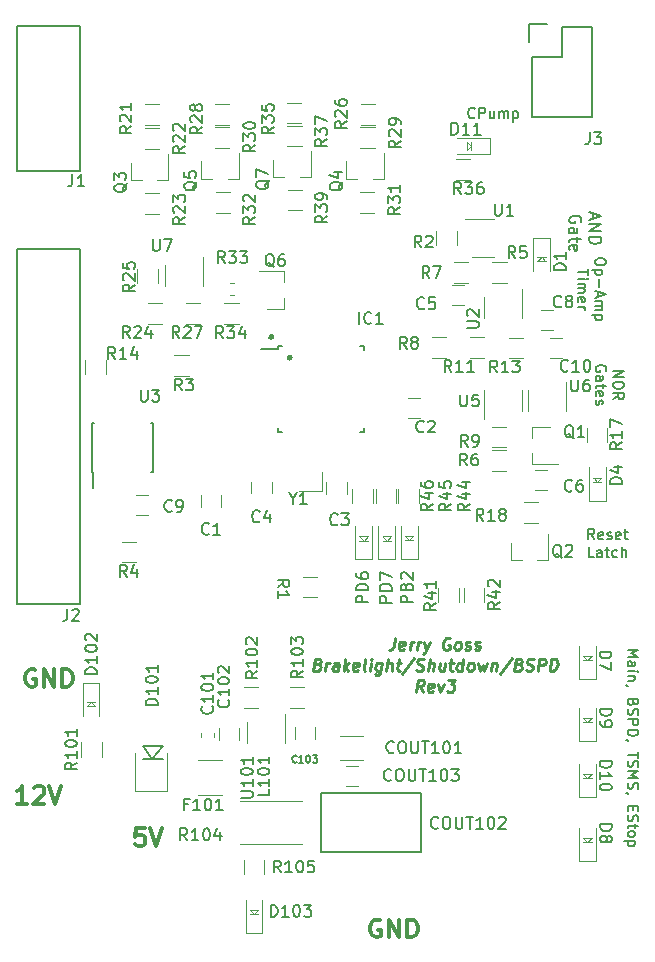
<source format=gbr>
G04 #@! TF.GenerationSoftware,KiCad,Pcbnew,5.0.2-bee76a0~70~ubuntu18.04.1*
G04 #@! TF.CreationDate,2019-04-27T20:52:58-04:00*
G04 #@! TF.ProjectId,Brakelight_Shutdown_BSPD,4272616b-656c-4696-9768-745f53687574,rev?*
G04 #@! TF.SameCoordinates,Original*
G04 #@! TF.FileFunction,Legend,Top*
G04 #@! TF.FilePolarity,Positive*
%FSLAX46Y46*%
G04 Gerber Fmt 4.6, Leading zero omitted, Abs format (unit mm)*
G04 Created by KiCad (PCBNEW 5.0.2-bee76a0~70~ubuntu18.04.1) date Sat 27 Apr 2019 08:52:58 PM EDT*
%MOMM*%
%LPD*%
G01*
G04 APERTURE LIST*
%ADD10C,0.254000*%
%ADD11C,0.152400*%
%ADD12C,0.300000*%
%ADD13C,0.120000*%
%ADD14C,0.100000*%
%ADD15C,0.500000*%
%ADD16C,0.150000*%
%ADD17C,0.200000*%
G04 APERTURE END LIST*
D10*
X193256731Y-101170619D02*
X193166017Y-101896333D01*
X193099493Y-102041476D01*
X192990636Y-102138238D01*
X192839445Y-102186619D01*
X192742683Y-102186619D01*
X194006636Y-102138238D02*
X193903826Y-102186619D01*
X193710302Y-102186619D01*
X193619588Y-102138238D01*
X193583302Y-102041476D01*
X193631683Y-101654428D01*
X193692160Y-101557666D01*
X193794969Y-101509285D01*
X193988493Y-101509285D01*
X194079207Y-101557666D01*
X194115493Y-101654428D01*
X194103398Y-101751190D01*
X193607493Y-101847952D01*
X194484398Y-102186619D02*
X194569064Y-101509285D01*
X194544874Y-101702809D02*
X194605350Y-101606047D01*
X194659779Y-101557666D01*
X194762588Y-101509285D01*
X194859350Y-101509285D01*
X195113350Y-102186619D02*
X195198017Y-101509285D01*
X195173826Y-101702809D02*
X195234302Y-101606047D01*
X195288731Y-101557666D01*
X195391541Y-101509285D01*
X195488302Y-101509285D01*
X195730207Y-101509285D02*
X195887445Y-102186619D01*
X196214017Y-101509285D02*
X195887445Y-102186619D01*
X195760445Y-102428523D01*
X195706017Y-102476904D01*
X195603207Y-102525285D01*
X197943636Y-101219000D02*
X197852922Y-101170619D01*
X197707779Y-101170619D01*
X197556588Y-101219000D01*
X197447731Y-101315761D01*
X197387255Y-101412523D01*
X197314683Y-101606047D01*
X197296541Y-101751190D01*
X197320731Y-101944714D01*
X197357017Y-102041476D01*
X197441683Y-102138238D01*
X197580779Y-102186619D01*
X197677541Y-102186619D01*
X197828731Y-102138238D01*
X197883160Y-102089857D01*
X197925493Y-101751190D01*
X197731969Y-101751190D01*
X198451636Y-102186619D02*
X198360922Y-102138238D01*
X198318588Y-102089857D01*
X198282302Y-101993095D01*
X198318588Y-101702809D01*
X198379064Y-101606047D01*
X198433493Y-101557666D01*
X198536302Y-101509285D01*
X198681445Y-101509285D01*
X198772160Y-101557666D01*
X198814493Y-101606047D01*
X198850779Y-101702809D01*
X198814493Y-101993095D01*
X198754017Y-102089857D01*
X198699588Y-102138238D01*
X198596779Y-102186619D01*
X198451636Y-102186619D01*
X199183398Y-102138238D02*
X199274112Y-102186619D01*
X199467636Y-102186619D01*
X199570445Y-102138238D01*
X199630922Y-102041476D01*
X199636969Y-101993095D01*
X199600683Y-101896333D01*
X199509969Y-101847952D01*
X199364826Y-101847952D01*
X199274112Y-101799571D01*
X199237826Y-101702809D01*
X199243874Y-101654428D01*
X199304350Y-101557666D01*
X199407160Y-101509285D01*
X199552302Y-101509285D01*
X199643017Y-101557666D01*
X200005874Y-102138238D02*
X200096588Y-102186619D01*
X200290112Y-102186619D01*
X200392922Y-102138238D01*
X200453398Y-102041476D01*
X200459445Y-101993095D01*
X200423160Y-101896333D01*
X200332445Y-101847952D01*
X200187302Y-101847952D01*
X200096588Y-101799571D01*
X200060302Y-101702809D01*
X200066350Y-101654428D01*
X200126826Y-101557666D01*
X200229636Y-101509285D01*
X200374779Y-101509285D01*
X200465493Y-101557666D01*
X186737398Y-103432428D02*
X186876493Y-103480809D01*
X186918826Y-103529190D01*
X186955112Y-103625952D01*
X186936969Y-103771095D01*
X186876493Y-103867857D01*
X186822064Y-103916238D01*
X186719255Y-103964619D01*
X186332207Y-103964619D01*
X186459207Y-102948619D01*
X186797874Y-102948619D01*
X186888588Y-102997000D01*
X186930922Y-103045380D01*
X186967207Y-103142142D01*
X186955112Y-103238904D01*
X186894636Y-103335666D01*
X186840207Y-103384047D01*
X186737398Y-103432428D01*
X186398731Y-103432428D01*
X187348207Y-103964619D02*
X187432874Y-103287285D01*
X187408683Y-103480809D02*
X187469160Y-103384047D01*
X187523588Y-103335666D01*
X187626398Y-103287285D01*
X187723160Y-103287285D01*
X188412588Y-103964619D02*
X188479112Y-103432428D01*
X188442826Y-103335666D01*
X188352112Y-103287285D01*
X188158588Y-103287285D01*
X188055779Y-103335666D01*
X188418636Y-103916238D02*
X188315826Y-103964619D01*
X188073922Y-103964619D01*
X187983207Y-103916238D01*
X187946922Y-103819476D01*
X187959017Y-103722714D01*
X188019493Y-103625952D01*
X188122302Y-103577571D01*
X188364207Y-103577571D01*
X188467017Y-103529190D01*
X188896398Y-103964619D02*
X189023398Y-102948619D01*
X189041541Y-103577571D02*
X189283445Y-103964619D01*
X189368112Y-103287285D02*
X188932683Y-103674333D01*
X190111969Y-103916238D02*
X190009160Y-103964619D01*
X189815636Y-103964619D01*
X189724922Y-103916238D01*
X189688636Y-103819476D01*
X189737017Y-103432428D01*
X189797493Y-103335666D01*
X189900302Y-103287285D01*
X190093826Y-103287285D01*
X190184541Y-103335666D01*
X190220826Y-103432428D01*
X190208731Y-103529190D01*
X189712826Y-103625952D01*
X190734874Y-103964619D02*
X190644160Y-103916238D01*
X190607874Y-103819476D01*
X190716731Y-102948619D01*
X191121922Y-103964619D02*
X191206588Y-103287285D01*
X191248922Y-102948619D02*
X191194493Y-102997000D01*
X191236826Y-103045380D01*
X191291255Y-102997000D01*
X191248922Y-102948619D01*
X191236826Y-103045380D01*
X192125826Y-103287285D02*
X192023017Y-104109761D01*
X191962541Y-104206523D01*
X191908112Y-104254904D01*
X191805302Y-104303285D01*
X191660160Y-104303285D01*
X191569445Y-104254904D01*
X192047207Y-103916238D02*
X191944398Y-103964619D01*
X191750874Y-103964619D01*
X191660160Y-103916238D01*
X191617826Y-103867857D01*
X191581541Y-103771095D01*
X191617826Y-103480809D01*
X191678302Y-103384047D01*
X191732731Y-103335666D01*
X191835541Y-103287285D01*
X192029064Y-103287285D01*
X192119779Y-103335666D01*
X192524969Y-103964619D02*
X192651969Y-102948619D01*
X192960398Y-103964619D02*
X193026922Y-103432428D01*
X192990636Y-103335666D01*
X192899922Y-103287285D01*
X192754779Y-103287285D01*
X192651969Y-103335666D01*
X192597541Y-103384047D01*
X193383731Y-103287285D02*
X193770779Y-103287285D01*
X193571207Y-102948619D02*
X193462350Y-103819476D01*
X193498636Y-103916238D01*
X193589350Y-103964619D01*
X193686112Y-103964619D01*
X194883541Y-102900238D02*
X193849398Y-104206523D01*
X195046826Y-103916238D02*
X195185922Y-103964619D01*
X195427826Y-103964619D01*
X195530636Y-103916238D01*
X195585064Y-103867857D01*
X195645541Y-103771095D01*
X195657636Y-103674333D01*
X195621350Y-103577571D01*
X195579017Y-103529190D01*
X195488302Y-103480809D01*
X195300826Y-103432428D01*
X195210112Y-103384047D01*
X195167779Y-103335666D01*
X195131493Y-103238904D01*
X195143588Y-103142142D01*
X195204064Y-103045380D01*
X195258493Y-102997000D01*
X195361302Y-102948619D01*
X195603207Y-102948619D01*
X195742302Y-102997000D01*
X196056779Y-103964619D02*
X196183779Y-102948619D01*
X196492207Y-103964619D02*
X196558731Y-103432428D01*
X196522445Y-103335666D01*
X196431731Y-103287285D01*
X196286588Y-103287285D01*
X196183779Y-103335666D01*
X196129350Y-103384047D01*
X197496112Y-103287285D02*
X197411445Y-103964619D01*
X197060683Y-103287285D02*
X196994160Y-103819476D01*
X197030445Y-103916238D01*
X197121160Y-103964619D01*
X197266302Y-103964619D01*
X197369112Y-103916238D01*
X197423541Y-103867857D01*
X197834779Y-103287285D02*
X198221826Y-103287285D01*
X198022255Y-102948619D02*
X197913398Y-103819476D01*
X197949683Y-103916238D01*
X198040398Y-103964619D01*
X198137160Y-103964619D01*
X198911255Y-103964619D02*
X199038255Y-102948619D01*
X198917302Y-103916238D02*
X198814493Y-103964619D01*
X198620969Y-103964619D01*
X198530255Y-103916238D01*
X198487922Y-103867857D01*
X198451636Y-103771095D01*
X198487922Y-103480809D01*
X198548398Y-103384047D01*
X198602826Y-103335666D01*
X198705636Y-103287285D01*
X198899160Y-103287285D01*
X198989874Y-103335666D01*
X199540207Y-103964619D02*
X199449493Y-103916238D01*
X199407160Y-103867857D01*
X199370874Y-103771095D01*
X199407160Y-103480809D01*
X199467636Y-103384047D01*
X199522064Y-103335666D01*
X199624874Y-103287285D01*
X199770017Y-103287285D01*
X199860731Y-103335666D01*
X199903064Y-103384047D01*
X199939350Y-103480809D01*
X199903064Y-103771095D01*
X199842588Y-103867857D01*
X199788160Y-103916238D01*
X199685350Y-103964619D01*
X199540207Y-103964619D01*
X200302207Y-103287285D02*
X200411064Y-103964619D01*
X200665064Y-103480809D01*
X200798112Y-103964619D01*
X201076302Y-103287285D01*
X201463350Y-103287285D02*
X201378683Y-103964619D01*
X201451255Y-103384047D02*
X201505683Y-103335666D01*
X201608493Y-103287285D01*
X201753636Y-103287285D01*
X201844350Y-103335666D01*
X201880636Y-103432428D01*
X201814112Y-103964619D01*
X203156683Y-102900238D02*
X202122541Y-104206523D01*
X203767493Y-103432428D02*
X203906588Y-103480809D01*
X203948922Y-103529190D01*
X203985207Y-103625952D01*
X203967064Y-103771095D01*
X203906588Y-103867857D01*
X203852160Y-103916238D01*
X203749350Y-103964619D01*
X203362302Y-103964619D01*
X203489302Y-102948619D01*
X203827969Y-102948619D01*
X203918683Y-102997000D01*
X203961017Y-103045380D01*
X203997302Y-103142142D01*
X203985207Y-103238904D01*
X203924731Y-103335666D01*
X203870302Y-103384047D01*
X203767493Y-103432428D01*
X203428826Y-103432428D01*
X204335969Y-103916238D02*
X204475064Y-103964619D01*
X204716969Y-103964619D01*
X204819779Y-103916238D01*
X204874207Y-103867857D01*
X204934683Y-103771095D01*
X204946779Y-103674333D01*
X204910493Y-103577571D01*
X204868160Y-103529190D01*
X204777445Y-103480809D01*
X204589969Y-103432428D01*
X204499255Y-103384047D01*
X204456922Y-103335666D01*
X204420636Y-103238904D01*
X204432731Y-103142142D01*
X204493207Y-103045380D01*
X204547636Y-102997000D01*
X204650445Y-102948619D01*
X204892350Y-102948619D01*
X205031445Y-102997000D01*
X205345922Y-103964619D02*
X205472922Y-102948619D01*
X205859969Y-102948619D01*
X205950683Y-102997000D01*
X205993017Y-103045380D01*
X206029302Y-103142142D01*
X206011160Y-103287285D01*
X205950683Y-103384047D01*
X205896255Y-103432428D01*
X205793445Y-103480809D01*
X205406398Y-103480809D01*
X206361922Y-103964619D02*
X206488922Y-102948619D01*
X206730826Y-102948619D01*
X206869922Y-102997000D01*
X206954588Y-103093761D01*
X206990874Y-103190523D01*
X207015064Y-103384047D01*
X206996922Y-103529190D01*
X206924350Y-103722714D01*
X206863874Y-103819476D01*
X206755017Y-103916238D01*
X206603826Y-103964619D01*
X206361922Y-103964619D01*
X195621350Y-105742619D02*
X195343160Y-105258809D01*
X195040779Y-105742619D02*
X195167779Y-104726619D01*
X195554826Y-104726619D01*
X195645541Y-104775000D01*
X195687874Y-104823380D01*
X195724160Y-104920142D01*
X195706017Y-105065285D01*
X195645541Y-105162047D01*
X195591112Y-105210428D01*
X195488302Y-105258809D01*
X195101255Y-105258809D01*
X196449874Y-105694238D02*
X196347064Y-105742619D01*
X196153541Y-105742619D01*
X196062826Y-105694238D01*
X196026541Y-105597476D01*
X196074922Y-105210428D01*
X196135398Y-105113666D01*
X196238207Y-105065285D01*
X196431731Y-105065285D01*
X196522445Y-105113666D01*
X196558731Y-105210428D01*
X196546636Y-105307190D01*
X196050731Y-105403952D01*
X196915541Y-105065285D02*
X197072779Y-105742619D01*
X197399350Y-105065285D01*
X197731969Y-104726619D02*
X198360922Y-104726619D01*
X197973874Y-105113666D01*
X198119017Y-105113666D01*
X198209731Y-105162047D01*
X198252064Y-105210428D01*
X198288350Y-105307190D01*
X198258112Y-105549095D01*
X198197636Y-105645857D01*
X198143207Y-105694238D01*
X198040398Y-105742619D01*
X197750112Y-105742619D01*
X197659398Y-105694238D01*
X197617064Y-105645857D01*
D11*
X210125733Y-92851816D02*
X209829400Y-92428483D01*
X209617733Y-92851816D02*
X209617733Y-91962816D01*
X209956400Y-91962816D01*
X210041066Y-92005150D01*
X210083400Y-92047483D01*
X210125733Y-92132150D01*
X210125733Y-92259150D01*
X210083400Y-92343816D01*
X210041066Y-92386150D01*
X209956400Y-92428483D01*
X209617733Y-92428483D01*
X210845400Y-92809483D02*
X210760733Y-92851816D01*
X210591400Y-92851816D01*
X210506733Y-92809483D01*
X210464400Y-92724816D01*
X210464400Y-92386150D01*
X210506733Y-92301483D01*
X210591400Y-92259150D01*
X210760733Y-92259150D01*
X210845400Y-92301483D01*
X210887733Y-92386150D01*
X210887733Y-92470816D01*
X210464400Y-92555483D01*
X211226400Y-92809483D02*
X211311066Y-92851816D01*
X211480400Y-92851816D01*
X211565066Y-92809483D01*
X211607400Y-92724816D01*
X211607400Y-92682483D01*
X211565066Y-92597816D01*
X211480400Y-92555483D01*
X211353400Y-92555483D01*
X211268733Y-92513150D01*
X211226400Y-92428483D01*
X211226400Y-92386150D01*
X211268733Y-92301483D01*
X211353400Y-92259150D01*
X211480400Y-92259150D01*
X211565066Y-92301483D01*
X212327066Y-92809483D02*
X212242400Y-92851816D01*
X212073066Y-92851816D01*
X211988400Y-92809483D01*
X211946066Y-92724816D01*
X211946066Y-92386150D01*
X211988400Y-92301483D01*
X212073066Y-92259150D01*
X212242400Y-92259150D01*
X212327066Y-92301483D01*
X212369400Y-92386150D01*
X212369400Y-92470816D01*
X211946066Y-92555483D01*
X212623400Y-92259150D02*
X212962066Y-92259150D01*
X212750400Y-91962816D02*
X212750400Y-92724816D01*
X212792733Y-92809483D01*
X212877400Y-92851816D01*
X212962066Y-92851816D01*
X210062233Y-94337716D02*
X209638900Y-94337716D01*
X209638900Y-93448716D01*
X210739566Y-94337716D02*
X210739566Y-93872050D01*
X210697233Y-93787383D01*
X210612566Y-93745050D01*
X210443233Y-93745050D01*
X210358566Y-93787383D01*
X210739566Y-94295383D02*
X210654900Y-94337716D01*
X210443233Y-94337716D01*
X210358566Y-94295383D01*
X210316233Y-94210716D01*
X210316233Y-94126050D01*
X210358566Y-94041383D01*
X210443233Y-93999050D01*
X210654900Y-93999050D01*
X210739566Y-93956716D01*
X211035900Y-93745050D02*
X211374566Y-93745050D01*
X211162900Y-93448716D02*
X211162900Y-94210716D01*
X211205233Y-94295383D01*
X211289900Y-94337716D01*
X211374566Y-94337716D01*
X212051900Y-94295383D02*
X211967233Y-94337716D01*
X211797900Y-94337716D01*
X211713233Y-94295383D01*
X211670900Y-94253050D01*
X211628566Y-94168383D01*
X211628566Y-93914383D01*
X211670900Y-93829716D01*
X211713233Y-93787383D01*
X211797900Y-93745050D01*
X211967233Y-93745050D01*
X212051900Y-93787383D01*
X212432900Y-94337716D02*
X212432900Y-93448716D01*
X212813900Y-94337716D02*
X212813900Y-93872050D01*
X212771566Y-93787383D01*
X212686900Y-93745050D01*
X212559900Y-93745050D01*
X212475233Y-93787383D01*
X212432900Y-93829716D01*
X211744983Y-78617233D02*
X212633983Y-78617233D01*
X211744983Y-79125233D01*
X212633983Y-79125233D01*
X212633983Y-79717900D02*
X212633983Y-79887233D01*
X212591650Y-79971900D01*
X212506983Y-80056566D01*
X212337650Y-80098900D01*
X212041316Y-80098900D01*
X211871983Y-80056566D01*
X211787316Y-79971900D01*
X211744983Y-79887233D01*
X211744983Y-79717900D01*
X211787316Y-79633233D01*
X211871983Y-79548566D01*
X212041316Y-79506233D01*
X212337650Y-79506233D01*
X212506983Y-79548566D01*
X212591650Y-79633233D01*
X212633983Y-79717900D01*
X211744983Y-80987900D02*
X212168316Y-80691566D01*
X211744983Y-80479900D02*
X212633983Y-80479900D01*
X212633983Y-80818566D01*
X212591650Y-80903233D01*
X212549316Y-80945566D01*
X212464650Y-80987900D01*
X212337650Y-80987900D01*
X212252983Y-80945566D01*
X212210650Y-80903233D01*
X212168316Y-80818566D01*
X212168316Y-80479900D01*
X211105750Y-78617233D02*
X211148083Y-78532566D01*
X211148083Y-78405566D01*
X211105750Y-78278566D01*
X211021083Y-78193900D01*
X210936416Y-78151566D01*
X210767083Y-78109233D01*
X210640083Y-78109233D01*
X210470750Y-78151566D01*
X210386083Y-78193900D01*
X210301416Y-78278566D01*
X210259083Y-78405566D01*
X210259083Y-78490233D01*
X210301416Y-78617233D01*
X210343750Y-78659566D01*
X210640083Y-78659566D01*
X210640083Y-78490233D01*
X210259083Y-79421566D02*
X210724750Y-79421566D01*
X210809416Y-79379233D01*
X210851750Y-79294566D01*
X210851750Y-79125233D01*
X210809416Y-79040566D01*
X210301416Y-79421566D02*
X210259083Y-79336900D01*
X210259083Y-79125233D01*
X210301416Y-79040566D01*
X210386083Y-78998233D01*
X210470750Y-78998233D01*
X210555416Y-79040566D01*
X210597750Y-79125233D01*
X210597750Y-79336900D01*
X210640083Y-79421566D01*
X210851750Y-79717900D02*
X210851750Y-80056566D01*
X211148083Y-79844900D02*
X210386083Y-79844900D01*
X210301416Y-79887233D01*
X210259083Y-79971900D01*
X210259083Y-80056566D01*
X210301416Y-80691566D02*
X210259083Y-80606900D01*
X210259083Y-80437566D01*
X210301416Y-80352900D01*
X210386083Y-80310566D01*
X210724750Y-80310566D01*
X210809416Y-80352900D01*
X210851750Y-80437566D01*
X210851750Y-80606900D01*
X210809416Y-80691566D01*
X210724750Y-80733900D01*
X210640083Y-80733900D01*
X210555416Y-80310566D01*
X210301416Y-81072566D02*
X210259083Y-81157233D01*
X210259083Y-81326566D01*
X210301416Y-81411233D01*
X210386083Y-81453566D01*
X210428416Y-81453566D01*
X210513083Y-81411233D01*
X210555416Y-81326566D01*
X210555416Y-81199566D01*
X210597750Y-81114900D01*
X210682416Y-81072566D01*
X210724750Y-81072566D01*
X210809416Y-81114900D01*
X210851750Y-81199566D01*
X210851750Y-81326566D01*
X210809416Y-81411233D01*
X211109983Y-69265800D02*
X211109983Y-69435133D01*
X211067650Y-69519800D01*
X210982983Y-69604466D01*
X210813650Y-69646800D01*
X210517316Y-69646800D01*
X210347983Y-69604466D01*
X210263316Y-69519800D01*
X210220983Y-69435133D01*
X210220983Y-69265800D01*
X210263316Y-69181133D01*
X210347983Y-69096466D01*
X210517316Y-69054133D01*
X210813650Y-69054133D01*
X210982983Y-69096466D01*
X211067650Y-69181133D01*
X211109983Y-69265800D01*
X210813650Y-70027800D02*
X209924650Y-70027800D01*
X210771316Y-70027800D02*
X210813650Y-70112466D01*
X210813650Y-70281800D01*
X210771316Y-70366466D01*
X210728983Y-70408800D01*
X210644316Y-70451133D01*
X210390316Y-70451133D01*
X210305650Y-70408800D01*
X210263316Y-70366466D01*
X210220983Y-70281800D01*
X210220983Y-70112466D01*
X210263316Y-70027800D01*
X210559650Y-70832133D02*
X210559650Y-71509466D01*
X210474983Y-71890466D02*
X210474983Y-72313800D01*
X210220983Y-71805800D02*
X211109983Y-72102133D01*
X210220983Y-72398466D01*
X210220983Y-72694800D02*
X210813650Y-72694800D01*
X210728983Y-72694800D02*
X210771316Y-72737133D01*
X210813650Y-72821800D01*
X210813650Y-72948800D01*
X210771316Y-73033466D01*
X210686650Y-73075800D01*
X210220983Y-73075800D01*
X210686650Y-73075800D02*
X210771316Y-73118133D01*
X210813650Y-73202800D01*
X210813650Y-73329800D01*
X210771316Y-73414466D01*
X210686650Y-73456800D01*
X210220983Y-73456800D01*
X210813650Y-73880133D02*
X209924650Y-73880133D01*
X210771316Y-73880133D02*
X210813650Y-73964800D01*
X210813650Y-74134133D01*
X210771316Y-74218800D01*
X210728983Y-74261133D01*
X210644316Y-74303466D01*
X210390316Y-74303466D01*
X210305650Y-74261133D01*
X210263316Y-74218800D01*
X210220983Y-74134133D01*
X210220983Y-73964800D01*
X210263316Y-73880133D01*
X209624083Y-69964300D02*
X209624083Y-70472300D01*
X208735083Y-70218300D02*
X209624083Y-70218300D01*
X208735083Y-70768633D02*
X209327750Y-70768633D01*
X209624083Y-70768633D02*
X209581750Y-70726300D01*
X209539416Y-70768633D01*
X209581750Y-70810966D01*
X209624083Y-70768633D01*
X209539416Y-70768633D01*
X208735083Y-71191966D02*
X209327750Y-71191966D01*
X209243083Y-71191966D02*
X209285416Y-71234300D01*
X209327750Y-71318966D01*
X209327750Y-71445966D01*
X209285416Y-71530633D01*
X209200750Y-71572966D01*
X208735083Y-71572966D01*
X209200750Y-71572966D02*
X209285416Y-71615300D01*
X209327750Y-71699966D01*
X209327750Y-71826966D01*
X209285416Y-71911633D01*
X209200750Y-71953966D01*
X208735083Y-71953966D01*
X208777416Y-72715966D02*
X208735083Y-72631300D01*
X208735083Y-72461966D01*
X208777416Y-72377300D01*
X208862083Y-72334966D01*
X209200750Y-72334966D01*
X209285416Y-72377300D01*
X209327750Y-72461966D01*
X209327750Y-72631300D01*
X209285416Y-72715966D01*
X209200750Y-72758300D01*
X209116083Y-72758300D01*
X209031416Y-72334966D01*
X208735083Y-73139300D02*
X209327750Y-73139300D01*
X209158416Y-73139300D02*
X209243083Y-73181633D01*
X209285416Y-73223966D01*
X209327750Y-73308633D01*
X209327750Y-73393300D01*
X209990266Y-65259857D02*
X209990266Y-65743666D01*
X209699980Y-65163095D02*
X210715980Y-65501761D01*
X209699980Y-65840428D01*
X209699980Y-66179095D02*
X210715980Y-66179095D01*
X209699980Y-66759666D01*
X210715980Y-66759666D01*
X209699980Y-67243476D02*
X210715980Y-67243476D01*
X210715980Y-67485380D01*
X210667600Y-67630523D01*
X210570838Y-67727285D01*
X210474076Y-67775666D01*
X210280552Y-67824047D01*
X210135409Y-67824047D01*
X209941885Y-67775666D01*
X209845123Y-67727285D01*
X209748361Y-67630523D01*
X209699980Y-67485380D01*
X209699980Y-67243476D01*
X208991200Y-66009761D02*
X209039580Y-65913000D01*
X209039580Y-65767857D01*
X208991200Y-65622714D01*
X208894438Y-65525952D01*
X208797676Y-65477571D01*
X208604152Y-65429190D01*
X208459009Y-65429190D01*
X208265485Y-65477571D01*
X208168723Y-65525952D01*
X208071961Y-65622714D01*
X208023580Y-65767857D01*
X208023580Y-65864619D01*
X208071961Y-66009761D01*
X208120342Y-66058142D01*
X208459009Y-66058142D01*
X208459009Y-65864619D01*
X208023580Y-66929000D02*
X208555771Y-66929000D01*
X208652533Y-66880619D01*
X208700914Y-66783857D01*
X208700914Y-66590333D01*
X208652533Y-66493571D01*
X208071961Y-66929000D02*
X208023580Y-66832238D01*
X208023580Y-66590333D01*
X208071961Y-66493571D01*
X208168723Y-66445190D01*
X208265485Y-66445190D01*
X208362247Y-66493571D01*
X208410628Y-66590333D01*
X208410628Y-66832238D01*
X208459009Y-66929000D01*
X208700914Y-67267666D02*
X208700914Y-67654714D01*
X209039580Y-67412809D02*
X208168723Y-67412809D01*
X208071961Y-67461190D01*
X208023580Y-67557952D01*
X208023580Y-67654714D01*
X208071961Y-68380428D02*
X208023580Y-68283666D01*
X208023580Y-68090142D01*
X208071961Y-67993380D01*
X208168723Y-67945000D01*
X208555771Y-67945000D01*
X208652533Y-67993380D01*
X208700914Y-68090142D01*
X208700914Y-68283666D01*
X208652533Y-68380428D01*
X208555771Y-68428809D01*
X208459009Y-68428809D01*
X208362247Y-67945000D01*
X200008066Y-57111900D02*
X199965733Y-57154233D01*
X199838733Y-57196566D01*
X199754066Y-57196566D01*
X199627066Y-57154233D01*
X199542400Y-57069566D01*
X199500066Y-56984900D01*
X199457733Y-56815566D01*
X199457733Y-56688566D01*
X199500066Y-56519233D01*
X199542400Y-56434566D01*
X199627066Y-56349900D01*
X199754066Y-56307566D01*
X199838733Y-56307566D01*
X199965733Y-56349900D01*
X200008066Y-56392233D01*
X200389066Y-57196566D02*
X200389066Y-56307566D01*
X200727733Y-56307566D01*
X200812400Y-56349900D01*
X200854733Y-56392233D01*
X200897066Y-56476900D01*
X200897066Y-56603900D01*
X200854733Y-56688566D01*
X200812400Y-56730900D01*
X200727733Y-56773233D01*
X200389066Y-56773233D01*
X201659066Y-56603900D02*
X201659066Y-57196566D01*
X201278066Y-56603900D02*
X201278066Y-57069566D01*
X201320400Y-57154233D01*
X201405066Y-57196566D01*
X201532066Y-57196566D01*
X201616733Y-57154233D01*
X201659066Y-57111900D01*
X202082400Y-57196566D02*
X202082400Y-56603900D01*
X202082400Y-56688566D02*
X202124733Y-56646233D01*
X202209400Y-56603900D01*
X202336400Y-56603900D01*
X202421066Y-56646233D01*
X202463400Y-56730900D01*
X202463400Y-57196566D01*
X202463400Y-56730900D02*
X202505733Y-56646233D01*
X202590400Y-56603900D01*
X202717400Y-56603900D01*
X202802066Y-56646233D01*
X202844400Y-56730900D01*
X202844400Y-57196566D01*
X203267733Y-56603900D02*
X203267733Y-57492900D01*
X203267733Y-56646233D02*
X203352400Y-56603900D01*
X203521733Y-56603900D01*
X203606400Y-56646233D01*
X203648733Y-56688566D01*
X203691066Y-56773233D01*
X203691066Y-57027233D01*
X203648733Y-57111900D01*
X203606400Y-57154233D01*
X203521733Y-57196566D01*
X203352400Y-57196566D01*
X203267733Y-57154233D01*
X212957833Y-102192666D02*
X213846833Y-102192666D01*
X213211833Y-102489000D01*
X213846833Y-102785333D01*
X212957833Y-102785333D01*
X212957833Y-103589666D02*
X213423500Y-103589666D01*
X213508166Y-103547333D01*
X213550500Y-103462666D01*
X213550500Y-103293333D01*
X213508166Y-103208666D01*
X213000166Y-103589666D02*
X212957833Y-103505000D01*
X212957833Y-103293333D01*
X213000166Y-103208666D01*
X213084833Y-103166333D01*
X213169500Y-103166333D01*
X213254166Y-103208666D01*
X213296500Y-103293333D01*
X213296500Y-103505000D01*
X213338833Y-103589666D01*
X212957833Y-104013000D02*
X213550500Y-104013000D01*
X213846833Y-104013000D02*
X213804500Y-103970666D01*
X213762166Y-104013000D01*
X213804500Y-104055333D01*
X213846833Y-104013000D01*
X213762166Y-104013000D01*
X213550500Y-104436333D02*
X212957833Y-104436333D01*
X213465833Y-104436333D02*
X213508166Y-104478666D01*
X213550500Y-104563333D01*
X213550500Y-104690333D01*
X213508166Y-104775000D01*
X213423500Y-104817333D01*
X212957833Y-104817333D01*
X213000166Y-105283000D02*
X212957833Y-105283000D01*
X212873166Y-105240666D01*
X212830833Y-105198333D01*
X213423500Y-106637666D02*
X213381166Y-106764666D01*
X213338833Y-106807000D01*
X213254166Y-106849333D01*
X213127166Y-106849333D01*
X213042500Y-106807000D01*
X213000166Y-106764666D01*
X212957833Y-106680000D01*
X212957833Y-106341333D01*
X213846833Y-106341333D01*
X213846833Y-106637666D01*
X213804500Y-106722333D01*
X213762166Y-106764666D01*
X213677500Y-106807000D01*
X213592833Y-106807000D01*
X213508166Y-106764666D01*
X213465833Y-106722333D01*
X213423500Y-106637666D01*
X213423500Y-106341333D01*
X213000166Y-107188000D02*
X212957833Y-107315000D01*
X212957833Y-107526666D01*
X213000166Y-107611333D01*
X213042500Y-107653666D01*
X213127166Y-107696000D01*
X213211833Y-107696000D01*
X213296500Y-107653666D01*
X213338833Y-107611333D01*
X213381166Y-107526666D01*
X213423500Y-107357333D01*
X213465833Y-107272666D01*
X213508166Y-107230333D01*
X213592833Y-107188000D01*
X213677500Y-107188000D01*
X213762166Y-107230333D01*
X213804500Y-107272666D01*
X213846833Y-107357333D01*
X213846833Y-107569000D01*
X213804500Y-107696000D01*
X212957833Y-108077000D02*
X213846833Y-108077000D01*
X213846833Y-108415666D01*
X213804500Y-108500333D01*
X213762166Y-108542666D01*
X213677500Y-108585000D01*
X213550500Y-108585000D01*
X213465833Y-108542666D01*
X213423500Y-108500333D01*
X213381166Y-108415666D01*
X213381166Y-108077000D01*
X212957833Y-108966000D02*
X213846833Y-108966000D01*
X213846833Y-109177666D01*
X213804500Y-109304666D01*
X213719833Y-109389333D01*
X213635166Y-109431666D01*
X213465833Y-109474000D01*
X213338833Y-109474000D01*
X213169500Y-109431666D01*
X213084833Y-109389333D01*
X213000166Y-109304666D01*
X212957833Y-109177666D01*
X212957833Y-108966000D01*
X213000166Y-109897333D02*
X212957833Y-109897333D01*
X212873166Y-109855000D01*
X212830833Y-109812666D01*
X213846833Y-110828666D02*
X213846833Y-111336666D01*
X212957833Y-111082666D02*
X213846833Y-111082666D01*
X213000166Y-111590666D02*
X212957833Y-111717666D01*
X212957833Y-111929333D01*
X213000166Y-112014000D01*
X213042500Y-112056333D01*
X213127166Y-112098666D01*
X213211833Y-112098666D01*
X213296500Y-112056333D01*
X213338833Y-112014000D01*
X213381166Y-111929333D01*
X213423500Y-111760000D01*
X213465833Y-111675333D01*
X213508166Y-111633000D01*
X213592833Y-111590666D01*
X213677500Y-111590666D01*
X213762166Y-111633000D01*
X213804500Y-111675333D01*
X213846833Y-111760000D01*
X213846833Y-111971666D01*
X213804500Y-112098666D01*
X212957833Y-112479666D02*
X213846833Y-112479666D01*
X213211833Y-112776000D01*
X213846833Y-113072333D01*
X212957833Y-113072333D01*
X213000166Y-113453333D02*
X212957833Y-113580333D01*
X212957833Y-113792000D01*
X213000166Y-113876666D01*
X213042500Y-113919000D01*
X213127166Y-113961333D01*
X213211833Y-113961333D01*
X213296500Y-113919000D01*
X213338833Y-113876666D01*
X213381166Y-113792000D01*
X213423500Y-113622666D01*
X213465833Y-113538000D01*
X213508166Y-113495666D01*
X213592833Y-113453333D01*
X213677500Y-113453333D01*
X213762166Y-113495666D01*
X213804500Y-113538000D01*
X213846833Y-113622666D01*
X213846833Y-113834333D01*
X213804500Y-113961333D01*
X213000166Y-114384666D02*
X212957833Y-114384666D01*
X212873166Y-114342333D01*
X212830833Y-114300000D01*
X213423500Y-115443000D02*
X213423500Y-115739333D01*
X212957833Y-115866333D02*
X212957833Y-115443000D01*
X213846833Y-115443000D01*
X213846833Y-115866333D01*
X213000166Y-116205000D02*
X212957833Y-116332000D01*
X212957833Y-116543666D01*
X213000166Y-116628333D01*
X213042500Y-116670666D01*
X213127166Y-116713000D01*
X213211833Y-116713000D01*
X213296500Y-116670666D01*
X213338833Y-116628333D01*
X213381166Y-116543666D01*
X213423500Y-116374333D01*
X213465833Y-116289666D01*
X213508166Y-116247333D01*
X213592833Y-116205000D01*
X213677500Y-116205000D01*
X213762166Y-116247333D01*
X213804500Y-116289666D01*
X213846833Y-116374333D01*
X213846833Y-116586000D01*
X213804500Y-116713000D01*
X213550500Y-116967000D02*
X213550500Y-117305666D01*
X213846833Y-117094000D02*
X213084833Y-117094000D01*
X213000166Y-117136333D01*
X212957833Y-117221000D01*
X212957833Y-117305666D01*
X212957833Y-117729000D02*
X213000166Y-117644333D01*
X213042500Y-117602000D01*
X213127166Y-117559666D01*
X213381166Y-117559666D01*
X213465833Y-117602000D01*
X213508166Y-117644333D01*
X213550500Y-117729000D01*
X213550500Y-117856000D01*
X213508166Y-117940666D01*
X213465833Y-117983000D01*
X213381166Y-118025333D01*
X213127166Y-118025333D01*
X213042500Y-117983000D01*
X213000166Y-117940666D01*
X212957833Y-117856000D01*
X212957833Y-117729000D01*
X213550500Y-118406333D02*
X212661500Y-118406333D01*
X213508166Y-118406333D02*
X213550500Y-118491000D01*
X213550500Y-118660333D01*
X213508166Y-118745000D01*
X213465833Y-118787333D01*
X213381166Y-118829666D01*
X213127166Y-118829666D01*
X213042500Y-118787333D01*
X213000166Y-118745000D01*
X212957833Y-118660333D01*
X212957833Y-118491000D01*
X213000166Y-118406333D01*
X194744219Y-98184304D02*
X193728219Y-98184304D01*
X193728219Y-97797257D01*
X193776600Y-97700495D01*
X193824980Y-97652114D01*
X193921742Y-97603733D01*
X194066885Y-97603733D01*
X194163647Y-97652114D01*
X194212028Y-97700495D01*
X194260409Y-97797257D01*
X194260409Y-98184304D01*
X194212028Y-96829638D02*
X194260409Y-96684495D01*
X194308790Y-96636114D01*
X194405552Y-96587733D01*
X194550695Y-96587733D01*
X194647457Y-96636114D01*
X194695838Y-96684495D01*
X194744219Y-96781257D01*
X194744219Y-97168304D01*
X193728219Y-97168304D01*
X193728219Y-96829638D01*
X193776600Y-96732876D01*
X193824980Y-96684495D01*
X193921742Y-96636114D01*
X194018504Y-96636114D01*
X194115266Y-96684495D01*
X194163647Y-96732876D01*
X194212028Y-96829638D01*
X194212028Y-97168304D01*
X193824980Y-96200685D02*
X193776600Y-96152304D01*
X193728219Y-96055542D01*
X193728219Y-95813638D01*
X193776600Y-95716876D01*
X193824980Y-95668495D01*
X193921742Y-95620114D01*
X194018504Y-95620114D01*
X194163647Y-95668495D01*
X194744219Y-96249066D01*
X194744219Y-95620114D01*
X190985019Y-98184304D02*
X189969019Y-98184304D01*
X189969019Y-97797257D01*
X190017400Y-97700495D01*
X190065780Y-97652114D01*
X190162542Y-97603733D01*
X190307685Y-97603733D01*
X190404447Y-97652114D01*
X190452828Y-97700495D01*
X190501209Y-97797257D01*
X190501209Y-98184304D01*
X190985019Y-97168304D02*
X189969019Y-97168304D01*
X189969019Y-96926400D01*
X190017400Y-96781257D01*
X190114161Y-96684495D01*
X190210923Y-96636114D01*
X190404447Y-96587733D01*
X190549590Y-96587733D01*
X190743114Y-96636114D01*
X190839876Y-96684495D01*
X190936638Y-96781257D01*
X190985019Y-96926400D01*
X190985019Y-97168304D01*
X189969019Y-95716876D02*
X189969019Y-95910400D01*
X190017400Y-96007161D01*
X190065780Y-96055542D01*
X190210923Y-96152304D01*
X190404447Y-96200685D01*
X190791495Y-96200685D01*
X190888257Y-96152304D01*
X190936638Y-96103923D01*
X190985019Y-96007161D01*
X190985019Y-95813638D01*
X190936638Y-95716876D01*
X190888257Y-95668495D01*
X190791495Y-95620114D01*
X190549590Y-95620114D01*
X190452828Y-95668495D01*
X190404447Y-95716876D01*
X190356066Y-95813638D01*
X190356066Y-96007161D01*
X190404447Y-96103923D01*
X190452828Y-96152304D01*
X190549590Y-96200685D01*
X192966219Y-98209704D02*
X191950219Y-98209704D01*
X191950219Y-97822657D01*
X191998600Y-97725895D01*
X192046980Y-97677514D01*
X192143742Y-97629133D01*
X192288885Y-97629133D01*
X192385647Y-97677514D01*
X192434028Y-97725895D01*
X192482409Y-97822657D01*
X192482409Y-98209704D01*
X192966219Y-97193704D02*
X191950219Y-97193704D01*
X191950219Y-96951800D01*
X191998600Y-96806657D01*
X192095361Y-96709895D01*
X192192123Y-96661514D01*
X192385647Y-96613133D01*
X192530790Y-96613133D01*
X192724314Y-96661514D01*
X192821076Y-96709895D01*
X192917838Y-96806657D01*
X192966219Y-96951800D01*
X192966219Y-97193704D01*
X191950219Y-96274466D02*
X191950219Y-95597133D01*
X192966219Y-96032561D01*
D12*
X162814142Y-103898000D02*
X162671285Y-103826571D01*
X162457000Y-103826571D01*
X162242714Y-103898000D01*
X162099857Y-104040857D01*
X162028428Y-104183714D01*
X161957000Y-104469428D01*
X161957000Y-104683714D01*
X162028428Y-104969428D01*
X162099857Y-105112285D01*
X162242714Y-105255142D01*
X162457000Y-105326571D01*
X162599857Y-105326571D01*
X162814142Y-105255142D01*
X162885571Y-105183714D01*
X162885571Y-104683714D01*
X162599857Y-104683714D01*
X163528428Y-105326571D02*
X163528428Y-103826571D01*
X164385571Y-105326571D01*
X164385571Y-103826571D01*
X165099857Y-105326571D02*
X165099857Y-103826571D01*
X165457000Y-103826571D01*
X165671285Y-103898000D01*
X165814142Y-104040857D01*
X165885571Y-104183714D01*
X165957000Y-104469428D01*
X165957000Y-104683714D01*
X165885571Y-104969428D01*
X165814142Y-105112285D01*
X165671285Y-105255142D01*
X165457000Y-105326571D01*
X165099857Y-105326571D01*
X172053285Y-117288571D02*
X171339000Y-117288571D01*
X171267571Y-118002857D01*
X171339000Y-117931428D01*
X171481857Y-117860000D01*
X171839000Y-117860000D01*
X171981857Y-117931428D01*
X172053285Y-118002857D01*
X172124714Y-118145714D01*
X172124714Y-118502857D01*
X172053285Y-118645714D01*
X171981857Y-118717142D01*
X171839000Y-118788571D01*
X171481857Y-118788571D01*
X171339000Y-118717142D01*
X171267571Y-118645714D01*
X172553285Y-117288571D02*
X173053285Y-118788571D01*
X173553285Y-117288571D01*
X192024142Y-125107000D02*
X191881285Y-125035571D01*
X191667000Y-125035571D01*
X191452714Y-125107000D01*
X191309857Y-125249857D01*
X191238428Y-125392714D01*
X191167000Y-125678428D01*
X191167000Y-125892714D01*
X191238428Y-126178428D01*
X191309857Y-126321285D01*
X191452714Y-126464142D01*
X191667000Y-126535571D01*
X191809857Y-126535571D01*
X192024142Y-126464142D01*
X192095571Y-126392714D01*
X192095571Y-125892714D01*
X191809857Y-125892714D01*
X192738428Y-126535571D02*
X192738428Y-125035571D01*
X193595571Y-126535571D01*
X193595571Y-125035571D01*
X194309857Y-126535571D02*
X194309857Y-125035571D01*
X194667000Y-125035571D01*
X194881285Y-125107000D01*
X195024142Y-125249857D01*
X195095571Y-125392714D01*
X195167000Y-125678428D01*
X195167000Y-125892714D01*
X195095571Y-126178428D01*
X195024142Y-126321285D01*
X194881285Y-126464142D01*
X194667000Y-126535571D01*
X194309857Y-126535571D01*
X162139428Y-115232571D02*
X161282285Y-115232571D01*
X161710857Y-115232571D02*
X161710857Y-113732571D01*
X161568000Y-113946857D01*
X161425142Y-114089714D01*
X161282285Y-114161142D01*
X162710857Y-113875428D02*
X162782285Y-113804000D01*
X162925142Y-113732571D01*
X163282285Y-113732571D01*
X163425142Y-113804000D01*
X163496571Y-113875428D01*
X163568000Y-114018285D01*
X163568000Y-114161142D01*
X163496571Y-114375428D01*
X162639428Y-115232571D01*
X163568000Y-115232571D01*
X163996571Y-113732571D02*
X164496571Y-115232571D01*
X164996571Y-113732571D01*
D13*
G04 #@! TO.C,Q7*
X182966200Y-62160400D02*
X182966200Y-60700400D01*
X186126200Y-62160400D02*
X186126200Y-60000400D01*
X186126200Y-62160400D02*
X185196200Y-62160400D01*
X182966200Y-62160400D02*
X183896200Y-62160400D01*
G04 #@! TO.C,R1*
X186665200Y-97755600D02*
X185465200Y-97755600D01*
X185465200Y-95995600D02*
X186665200Y-95995600D01*
D14*
G04 #@! TO.C,Y1*
X187084900Y-88709200D02*
X185084900Y-88709200D01*
X187084900Y-88709200D02*
X187084900Y-87109200D01*
D13*
G04 #@! TO.C,C1*
X176797600Y-89076400D02*
X176797600Y-90076400D01*
X178497600Y-90076400D02*
X178497600Y-89076400D01*
G04 #@! TO.C,C2*
X195378200Y-80887200D02*
X194378200Y-80887200D01*
X194378200Y-82587200D02*
X195378200Y-82587200D01*
G04 #@! TO.C,C3*
X187452900Y-87984200D02*
X187452900Y-88984200D01*
X189152900Y-88984200D02*
X189152900Y-87984200D01*
G04 #@! TO.C,C4*
X181102900Y-87952200D02*
X181102900Y-88952200D01*
X182802900Y-88952200D02*
X182802900Y-87952200D01*
G04 #@! TO.C,C5*
X198102600Y-73011400D02*
X199102600Y-73011400D01*
X199102600Y-71311400D02*
X198102600Y-71311400D01*
G04 #@! TO.C,C6*
X206122400Y-86983200D02*
X205122400Y-86983200D01*
X205122400Y-88683200D02*
X206122400Y-88683200D01*
G04 #@! TO.C,C8*
X205630400Y-75119600D02*
X206630400Y-75119600D01*
X206630400Y-73419600D02*
X205630400Y-73419600D01*
G04 #@! TO.C,C9*
X172340400Y-89116800D02*
X171340400Y-89116800D01*
X171340400Y-90816800D02*
X172340400Y-90816800D01*
G04 #@! TO.C,C10*
X207383000Y-75781800D02*
X206383000Y-75781800D01*
X206383000Y-77481800D02*
X207383000Y-77481800D01*
G04 #@! TO.C,D1*
X206363800Y-67356400D02*
X206363800Y-70156400D01*
X204963800Y-67356400D02*
X204963800Y-70156400D01*
X206363800Y-67356400D02*
X204963800Y-67356400D01*
D14*
X205663800Y-68956400D02*
X205963800Y-69256400D01*
X205963800Y-69256400D02*
X206013800Y-69306400D01*
X206013800Y-69306400D02*
X205363800Y-69306400D01*
X205313800Y-69306400D02*
X205363800Y-69306400D01*
X205363800Y-69306400D02*
X205313800Y-69306400D01*
X205313800Y-69306400D02*
X205663800Y-68956400D01*
X205663800Y-68956400D02*
X206013800Y-68956400D01*
X205313800Y-68956400D02*
X205663800Y-68956400D01*
D13*
G04 #@! TO.C,D4*
X209688200Y-89557000D02*
X209688200Y-86757000D01*
X211088200Y-89557000D02*
X211088200Y-86757000D01*
X209688200Y-89557000D02*
X211088200Y-89557000D01*
D14*
X210388200Y-87957000D02*
X210088200Y-87657000D01*
X210088200Y-87657000D02*
X210038200Y-87607000D01*
X210038200Y-87607000D02*
X210688200Y-87607000D01*
X210738200Y-87607000D02*
X210688200Y-87607000D01*
X210688200Y-87607000D02*
X210738200Y-87607000D01*
X210738200Y-87607000D02*
X210388200Y-87957000D01*
X210388200Y-87957000D02*
X210038200Y-87957000D01*
X210738200Y-87957000D02*
X210388200Y-87957000D01*
G04 #@! TO.C,D5*
X194812400Y-92922700D02*
X194462400Y-92922700D01*
X194462400Y-92922700D02*
X194112400Y-92922700D01*
X194812400Y-92572700D02*
X194462400Y-92922700D01*
X194762400Y-92572700D02*
X194812400Y-92572700D01*
X194812400Y-92572700D02*
X194762400Y-92572700D01*
X194112400Y-92572700D02*
X194762400Y-92572700D01*
X194162400Y-92622700D02*
X194112400Y-92572700D01*
X194462400Y-92922700D02*
X194162400Y-92622700D01*
D13*
X193762400Y-94522700D02*
X195162400Y-94522700D01*
X195162400Y-94522700D02*
X195162400Y-91722700D01*
X193762400Y-94522700D02*
X193762400Y-91722700D01*
D14*
G04 #@! TO.C,D7*
X209900000Y-103070000D02*
X209550000Y-103070000D01*
X209550000Y-103070000D02*
X209200000Y-103070000D01*
X209900000Y-102720000D02*
X209550000Y-103070000D01*
X209850000Y-102720000D02*
X209900000Y-102720000D01*
X209900000Y-102720000D02*
X209850000Y-102720000D01*
X209200000Y-102720000D02*
X209850000Y-102720000D01*
X209250000Y-102770000D02*
X209200000Y-102720000D01*
X209550000Y-103070000D02*
X209250000Y-102770000D01*
D13*
X208850000Y-104670000D02*
X210250000Y-104670000D01*
X210250000Y-104670000D02*
X210250000Y-101870000D01*
X208850000Y-104670000D02*
X208850000Y-101870000D01*
G04 #@! TO.C,D8*
X208850000Y-120080000D02*
X208850000Y-117280000D01*
X210250000Y-120080000D02*
X210250000Y-117280000D01*
X208850000Y-120080000D02*
X210250000Y-120080000D01*
D14*
X209550000Y-118480000D02*
X209250000Y-118180000D01*
X209250000Y-118180000D02*
X209200000Y-118130000D01*
X209200000Y-118130000D02*
X209850000Y-118130000D01*
X209900000Y-118130000D02*
X209850000Y-118130000D01*
X209850000Y-118130000D02*
X209900000Y-118130000D01*
X209900000Y-118130000D02*
X209550000Y-118480000D01*
X209550000Y-118480000D02*
X209200000Y-118480000D01*
X209900000Y-118480000D02*
X209550000Y-118480000D01*
G04 #@! TO.C,D9*
X209900000Y-108320000D02*
X209550000Y-108320000D01*
X209550000Y-108320000D02*
X209200000Y-108320000D01*
X209900000Y-107970000D02*
X209550000Y-108320000D01*
X209850000Y-107970000D02*
X209900000Y-107970000D01*
X209900000Y-107970000D02*
X209850000Y-107970000D01*
X209200000Y-107970000D02*
X209850000Y-107970000D01*
X209250000Y-108020000D02*
X209200000Y-107970000D01*
X209550000Y-108320000D02*
X209250000Y-108020000D01*
D13*
X208850000Y-109920000D02*
X210250000Y-109920000D01*
X210250000Y-109920000D02*
X210250000Y-107120000D01*
X208850000Y-109920000D02*
X208850000Y-107120000D01*
D14*
G04 #@! TO.C,D10*
X209900000Y-113060000D02*
X209550000Y-113060000D01*
X209550000Y-113060000D02*
X209200000Y-113060000D01*
X209900000Y-112710000D02*
X209550000Y-113060000D01*
X209850000Y-112710000D02*
X209900000Y-112710000D01*
X209900000Y-112710000D02*
X209850000Y-112710000D01*
X209200000Y-112710000D02*
X209850000Y-112710000D01*
X209250000Y-112760000D02*
X209200000Y-112710000D01*
X209550000Y-113060000D02*
X209250000Y-112760000D01*
D13*
X208850000Y-114660000D02*
X210250000Y-114660000D01*
X210250000Y-114660000D02*
X210250000Y-111860000D01*
X208850000Y-114660000D02*
X208850000Y-111860000D01*
G04 #@! TO.C,D12*
X191857400Y-94543200D02*
X191857400Y-91743200D01*
X193257400Y-94543200D02*
X193257400Y-91743200D01*
X191857400Y-94543200D02*
X193257400Y-94543200D01*
D14*
X192557400Y-92943200D02*
X192257400Y-92643200D01*
X192257400Y-92643200D02*
X192207400Y-92593200D01*
X192207400Y-92593200D02*
X192857400Y-92593200D01*
X192907400Y-92593200D02*
X192857400Y-92593200D01*
X192857400Y-92593200D02*
X192907400Y-92593200D01*
X192907400Y-92593200D02*
X192557400Y-92943200D01*
X192557400Y-92943200D02*
X192207400Y-92943200D01*
X192907400Y-92943200D02*
X192557400Y-92943200D01*
G04 #@! TO.C,D13*
X190938900Y-92943200D02*
X190588900Y-92943200D01*
X190588900Y-92943200D02*
X190238900Y-92943200D01*
X190938900Y-92593200D02*
X190588900Y-92943200D01*
X190888900Y-92593200D02*
X190938900Y-92593200D01*
X190938900Y-92593200D02*
X190888900Y-92593200D01*
X190238900Y-92593200D02*
X190888900Y-92593200D01*
X190288900Y-92643200D02*
X190238900Y-92593200D01*
X190588900Y-92943200D02*
X190288900Y-92643200D01*
D13*
X189888900Y-94543200D02*
X191288900Y-94543200D01*
X191288900Y-94543200D02*
X191288900Y-91743200D01*
X189888900Y-94543200D02*
X189888900Y-91743200D01*
D15*
G04 #@! TO.C,IC1*
X184353200Y-77444600D02*
G75*
G03X184353200Y-77444600I-50800J0D01*
G01*
X182803800Y-75692000D02*
G75*
G03X182803800Y-75692000I-50800J0D01*
G01*
D16*
X183344400Y-76461200D02*
X183344400Y-76686200D01*
X190594400Y-76461200D02*
X190594400Y-76786200D01*
X190594400Y-83711200D02*
X190594400Y-83386200D01*
X183344400Y-83711200D02*
X183344400Y-83386200D01*
X183344400Y-76461200D02*
X183669400Y-76461200D01*
X183344400Y-83711200D02*
X183669400Y-83711200D01*
X190594400Y-83711200D02*
X190269400Y-83711200D01*
X190594400Y-76461200D02*
X190269400Y-76461200D01*
X183344400Y-76686200D02*
X181919400Y-76686200D01*
G04 #@! TO.C,J1*
X161281600Y-61614000D02*
X166581600Y-61614000D01*
X161281600Y-49384000D02*
X166581600Y-49384000D01*
X161281600Y-61614000D02*
X161281600Y-49384000D01*
X166581600Y-61614000D02*
X166581600Y-49384000D01*
G04 #@! TO.C,J2*
X161281600Y-98291600D02*
X166581600Y-98291600D01*
X161281600Y-68281600D02*
X166581600Y-68281600D01*
X161281600Y-98291600D02*
X161281600Y-68281600D01*
X166581600Y-98291600D02*
X166581600Y-68281600D01*
G04 #@! TO.C,J3*
X204876400Y-52019200D02*
X204876400Y-57099200D01*
X204596400Y-49199200D02*
X206146400Y-49199200D01*
X207416400Y-49479200D02*
X207416400Y-52019200D01*
X207416400Y-52019200D02*
X204876400Y-52019200D01*
X204876400Y-57099200D02*
X209956400Y-57099200D01*
X209956400Y-57099200D02*
X209956400Y-52019200D01*
X204596400Y-49199200D02*
X204596400Y-50749200D01*
X209956400Y-49479200D02*
X207416400Y-49479200D01*
X209956400Y-52019200D02*
X209956400Y-49479200D01*
D13*
G04 #@! TO.C,Q1*
X204887000Y-83332200D02*
X206347000Y-83332200D01*
X204887000Y-86492200D02*
X207047000Y-86492200D01*
X204887000Y-86492200D02*
X204887000Y-85562200D01*
X204887000Y-83332200D02*
X204887000Y-84262200D01*
G04 #@! TO.C,Q2*
X203057600Y-94570800D02*
X203057600Y-93110800D01*
X206217600Y-94570800D02*
X206217600Y-92410800D01*
X206217600Y-94570800D02*
X205287600Y-94570800D01*
X203057600Y-94570800D02*
X203987600Y-94570800D01*
G04 #@! TO.C,Q3*
X170913551Y-62397171D02*
X171843551Y-62397171D01*
X174073551Y-62397171D02*
X173143551Y-62397171D01*
X174073551Y-62397171D02*
X174073551Y-60237171D01*
X170913551Y-62397171D02*
X170913551Y-60937171D01*
G04 #@! TO.C,Q4*
X189123200Y-62295600D02*
X190053200Y-62295600D01*
X192283200Y-62295600D02*
X191353200Y-62295600D01*
X192283200Y-62295600D02*
X192283200Y-60135600D01*
X189123200Y-62295600D02*
X189123200Y-60835600D01*
G04 #@! TO.C,Q5*
X176855000Y-62295600D02*
X177785000Y-62295600D01*
X180015000Y-62295600D02*
X179085000Y-62295600D01*
X180015000Y-62295600D02*
X180015000Y-60135600D01*
X176855000Y-62295600D02*
X176855000Y-60835600D01*
G04 #@! TO.C,Q6*
X183885400Y-73309600D02*
X183885400Y-72379600D01*
X183885400Y-70149600D02*
X183885400Y-71079600D01*
X183885400Y-70149600D02*
X181725400Y-70149600D01*
X183885400Y-73309600D02*
X182425400Y-73309600D01*
G04 #@! TO.C,R2*
X198466600Y-66735400D02*
X198466600Y-67935400D01*
X196706600Y-67935400D02*
X196706600Y-66735400D01*
G04 #@! TO.C,R3*
X175783800Y-79010400D02*
X174583800Y-79010400D01*
X174583800Y-77250400D02*
X175783800Y-77250400D01*
G04 #@! TO.C,R4*
X170103200Y-93023800D02*
X171303200Y-93023800D01*
X171303200Y-94783800D02*
X170103200Y-94783800D01*
G04 #@! TO.C,R5*
X201497600Y-69351000D02*
X202697600Y-69351000D01*
X202697600Y-71111000D02*
X201497600Y-71111000D01*
G04 #@! TO.C,R6*
X202672200Y-87062200D02*
X201472200Y-87062200D01*
X201472200Y-85302200D02*
X202672200Y-85302200D01*
G04 #@! TO.C,R7*
X198221000Y-69351000D02*
X199421000Y-69351000D01*
X199421000Y-71111000D02*
X198221000Y-71111000D01*
G04 #@! TO.C,R8*
X197566800Y-77486400D02*
X196366800Y-77486400D01*
X196366800Y-75726400D02*
X197566800Y-75726400D01*
G04 #@! TO.C,R9*
X202672200Y-85055600D02*
X201472200Y-85055600D01*
X201472200Y-83295600D02*
X202672200Y-83295600D01*
G04 #@! TO.C,R11*
X199577400Y-75726400D02*
X200777400Y-75726400D01*
X200777400Y-77486400D02*
X199577400Y-77486400D01*
G04 #@! TO.C,R13*
X202879400Y-75751800D02*
X204079400Y-75751800D01*
X204079400Y-77511800D02*
X202879400Y-77511800D01*
G04 #@! TO.C,R14*
X168799400Y-77644700D02*
X168799400Y-78844700D01*
X167039400Y-78844700D02*
X167039400Y-77644700D01*
G04 #@! TO.C,R17*
X211242800Y-83387600D02*
X211242800Y-84587600D01*
X209482800Y-84587600D02*
X209482800Y-83387600D01*
G04 #@! TO.C,R18*
X205359600Y-91456400D02*
X204159600Y-91456400D01*
X204159600Y-89696400D02*
X205359600Y-89696400D01*
G04 #@! TO.C,R21*
X172111951Y-56011471D02*
X173311951Y-56011471D01*
X173311951Y-57771471D02*
X172111951Y-57771471D01*
G04 #@! TO.C,R22*
X172111951Y-58005371D02*
X173311951Y-58005371D01*
X173311951Y-59765371D02*
X172111951Y-59765371D01*
G04 #@! TO.C,R23*
X173299251Y-65264471D02*
X172099251Y-65264471D01*
X172099251Y-63504471D02*
X173299251Y-63504471D01*
G04 #@! TO.C,R24*
X173513000Y-74590800D02*
X172313000Y-74590800D01*
X172313000Y-72830800D02*
X173513000Y-72830800D01*
G04 #@! TO.C,R25*
X173168200Y-69961200D02*
X173168200Y-71161200D01*
X171408200Y-71161200D02*
X171408200Y-69961200D01*
G04 #@! TO.C,R26*
X191542000Y-57725200D02*
X190342000Y-57725200D01*
X190342000Y-55965200D02*
X191542000Y-55965200D01*
G04 #@! TO.C,R27*
X175584600Y-72830800D02*
X176784600Y-72830800D01*
X176784600Y-74590800D02*
X175584600Y-74590800D01*
G04 #@! TO.C,R28*
X179238200Y-57725200D02*
X178038200Y-57725200D01*
X178038200Y-55965200D02*
X179238200Y-55965200D01*
G04 #@! TO.C,R29*
X191531800Y-59681000D02*
X190331800Y-59681000D01*
X190331800Y-57921000D02*
X191531800Y-57921000D01*
G04 #@! TO.C,R30*
X179238200Y-59681000D02*
X178038200Y-59681000D01*
X178038200Y-57921000D02*
X179238200Y-57921000D01*
G04 #@! TO.C,R31*
X191496200Y-65192800D02*
X190296200Y-65192800D01*
X190296200Y-63432800D02*
X191496200Y-63432800D01*
G04 #@! TO.C,R32*
X178063600Y-63432800D02*
X179263600Y-63432800D01*
X179263600Y-65192800D02*
X178063600Y-65192800D01*
G04 #@! TO.C,R33*
X179639079Y-72138000D02*
X179313521Y-72138000D01*
X179639079Y-71118000D02*
X179313521Y-71118000D01*
G04 #@! TO.C,R34*
X178815400Y-72830800D02*
X180015400Y-72830800D01*
X180015400Y-74590800D02*
X178815400Y-74590800D01*
G04 #@! TO.C,R35*
X184124000Y-55863600D02*
X185324000Y-55863600D01*
X185324000Y-57623600D02*
X184124000Y-57623600D01*
G04 #@! TO.C,R37*
X184149400Y-57819400D02*
X185349400Y-57819400D01*
X185349400Y-59579400D02*
X184149400Y-59579400D01*
G04 #@! TO.C,R39*
X185374800Y-64989600D02*
X184174800Y-64989600D01*
X184174800Y-63229600D02*
X185374800Y-63229600D01*
G04 #@! TO.C,R41*
X198644400Y-96961400D02*
X198644400Y-98161400D01*
X196884400Y-98161400D02*
X196884400Y-96961400D01*
G04 #@! TO.C,R42*
X200828800Y-96946200D02*
X200828800Y-98146200D01*
X199068800Y-98146200D02*
X199068800Y-96946200D01*
G04 #@! TO.C,R44*
X195278900Y-88566700D02*
X195278900Y-89766700D01*
X193518900Y-89766700D02*
X193518900Y-88566700D01*
G04 #@! TO.C,R45*
X191613900Y-89769200D02*
X191613900Y-88569200D01*
X193373900Y-88569200D02*
X193373900Y-89769200D01*
G04 #@! TO.C,R46*
X191405400Y-88569200D02*
X191405400Y-89769200D01*
X189645400Y-89769200D02*
X189645400Y-88569200D01*
G04 #@! TO.C,U1*
X201610800Y-65750800D02*
X199160800Y-65750800D01*
X199810800Y-68970800D02*
X201610800Y-68970800D01*
G04 #@! TO.C,U2*
X200751800Y-72328200D02*
X200751800Y-74128200D01*
X203971800Y-74128200D02*
X203971800Y-71678200D01*
D16*
G04 #@! TO.C,U3*
X167630400Y-87114200D02*
X167680400Y-87114200D01*
X167630400Y-82964200D02*
X167775400Y-82964200D01*
X172780400Y-82964200D02*
X172635400Y-82964200D01*
X172780400Y-87114200D02*
X172635400Y-87114200D01*
X167630400Y-87114200D02*
X167630400Y-82964200D01*
X172780400Y-87114200D02*
X172780400Y-82964200D01*
X167680400Y-87114200D02*
X167680400Y-88514200D01*
D13*
G04 #@! TO.C,U5*
X203997200Y-81994400D02*
X203997200Y-80194400D01*
X200777200Y-80194400D02*
X200777200Y-82644400D01*
G04 #@! TO.C,U6*
X207746200Y-81994400D02*
X207746200Y-79544400D01*
X204526200Y-80194400D02*
X204526200Y-81994400D01*
G04 #@! TO.C,U7*
X173810200Y-69625600D02*
X173810200Y-71425600D01*
X177030200Y-71425600D02*
X177030200Y-68975600D01*
D14*
G04 #@! TO.C,D11*
X199666200Y-59187600D02*
X199666200Y-59537600D01*
X199666200Y-59537600D02*
X199666200Y-59887600D01*
X199316200Y-59187600D02*
X199666200Y-59537600D01*
X199316200Y-59237600D02*
X199316200Y-59187600D01*
X199316200Y-59187600D02*
X199316200Y-59237600D01*
X199316200Y-59887600D02*
X199316200Y-59237600D01*
X199366200Y-59837600D02*
X199316200Y-59887600D01*
X199666200Y-59537600D02*
X199366200Y-59837600D01*
D13*
X201266200Y-60237600D02*
X201266200Y-58837600D01*
X201266200Y-58837600D02*
X198466200Y-58837600D01*
X201266200Y-60237600D02*
X198466200Y-60237600D01*
G04 #@! TO.C,R36*
X199609000Y-62398800D02*
X198409000Y-62398800D01*
X198409000Y-60638800D02*
X199609000Y-60638800D01*
D16*
G04 #@! TO.C,COUT102*
X186955300Y-119340000D02*
X186955300Y-114340000D01*
X195455300Y-119340000D02*
X186955300Y-119340000D01*
X195455300Y-114340000D02*
X195455300Y-119340000D01*
X186955300Y-114340000D02*
X195455300Y-114340000D01*
D13*
G04 #@! TO.C,C103*
X186447800Y-109720000D02*
X186447800Y-108720000D01*
X184747800Y-108720000D02*
X184747800Y-109720000D01*
G04 #@! TO.C,C102*
X178334300Y-108799500D02*
X178334300Y-109799500D01*
X180034300Y-109799500D02*
X180034300Y-108799500D01*
G04 #@! TO.C,C101*
X176868360Y-109552959D02*
X176868360Y-109227401D01*
X177888360Y-109552959D02*
X177888360Y-109227401D01*
G04 #@! TO.C,F101*
X178596800Y-114446500D02*
X176596800Y-114446500D01*
X176596800Y-111486500D02*
X178596800Y-111486500D01*
G04 #@! TO.C,R103*
X184370420Y-105337720D02*
X185570420Y-105337720D01*
X185570420Y-107097720D02*
X184370420Y-107097720D01*
G04 #@! TO.C,R102*
X181684220Y-107082480D02*
X180484220Y-107082480D01*
X180484220Y-105322480D02*
X181684220Y-105322480D01*
G04 #@! TO.C,R105*
X180446000Y-121189000D02*
X180446000Y-119989000D01*
X182206000Y-119989000D02*
X182206000Y-121189000D01*
G04 #@! TO.C,R104*
X180154200Y-115025080D02*
X185354200Y-115025080D01*
X185354200Y-118665080D02*
X180154200Y-118665080D01*
G04 #@! TO.C,U101*
X180693600Y-108304800D02*
X180693600Y-110104800D01*
X183913600Y-110104800D02*
X183913600Y-107654800D01*
G04 #@! TO.C,COUT101*
X190574300Y-109470000D02*
X188574300Y-109470000D01*
X188574300Y-111510000D02*
X190574300Y-111510000D01*
G04 #@! TO.C,COUT103*
X190098300Y-111989500D02*
X189098300Y-111989500D01*
X189098300Y-113689500D02*
X190098300Y-113689500D01*
D17*
G04 #@! TO.C,D101*
X173580300Y-110334500D02*
X172680300Y-111434500D01*
X171880300Y-110334500D02*
X173580300Y-110334500D01*
X172680300Y-111434500D02*
X171880300Y-110334500D01*
X171880300Y-111434500D02*
X173580300Y-111434500D01*
D13*
X171246800Y-114109500D02*
X173913800Y-114109500D01*
X173913800Y-114109500D02*
X173913800Y-110934500D01*
X171246800Y-114109500D02*
X171246800Y-110934500D01*
D14*
G04 #@! TO.C,D103*
X181676000Y-124589000D02*
X181326000Y-124589000D01*
X181326000Y-124589000D02*
X180976000Y-124589000D01*
X181676000Y-124239000D02*
X181326000Y-124589000D01*
X181626000Y-124239000D02*
X181676000Y-124239000D01*
X181676000Y-124239000D02*
X181626000Y-124239000D01*
X180976000Y-124239000D02*
X181626000Y-124239000D01*
X181026000Y-124289000D02*
X180976000Y-124239000D01*
X181326000Y-124589000D02*
X181026000Y-124289000D01*
D13*
X180626000Y-126189000D02*
X182026000Y-126189000D01*
X182026000Y-126189000D02*
X182026000Y-123389000D01*
X180626000Y-126189000D02*
X180626000Y-123389000D01*
D14*
G04 #@! TO.C,D102*
X167176000Y-106639000D02*
X167526000Y-106639000D01*
X167526000Y-106639000D02*
X167876000Y-106639000D01*
X167176000Y-106989000D02*
X167526000Y-106639000D01*
X167226000Y-106989000D02*
X167176000Y-106989000D01*
X167176000Y-106989000D02*
X167226000Y-106989000D01*
X167876000Y-106989000D02*
X167226000Y-106989000D01*
X167826000Y-106939000D02*
X167876000Y-106989000D01*
X167526000Y-106639000D02*
X167826000Y-106939000D01*
D13*
X168226000Y-105039000D02*
X166826000Y-105039000D01*
X166826000Y-105039000D02*
X166826000Y-107839000D01*
X168226000Y-105039000D02*
X168226000Y-107839000D01*
G04 #@! TO.C,R101*
X168406000Y-110039000D02*
X168406000Y-111239000D01*
X166646000Y-111239000D02*
X166646000Y-110039000D01*
G04 #@! TO.C,Q7*
D16*
X182614819Y-62426838D02*
X182567200Y-62522076D01*
X182471961Y-62617314D01*
X182329104Y-62760171D01*
X182281485Y-62855409D01*
X182281485Y-62950647D01*
X182519580Y-62903028D02*
X182471961Y-62998266D01*
X182376723Y-63093504D01*
X182186247Y-63141123D01*
X181852914Y-63141123D01*
X181662438Y-63093504D01*
X181567200Y-62998266D01*
X181519580Y-62903028D01*
X181519580Y-62712552D01*
X181567200Y-62617314D01*
X181662438Y-62522076D01*
X181852914Y-62474457D01*
X182186247Y-62474457D01*
X182376723Y-62522076D01*
X182471961Y-62617314D01*
X182519580Y-62712552D01*
X182519580Y-62903028D01*
X181519580Y-62141123D02*
X181519580Y-61474457D01*
X182519580Y-61903028D01*
G04 #@! TO.C,R1*
X183316619Y-96861333D02*
X183792809Y-96528000D01*
X183316619Y-96289904D02*
X184316619Y-96289904D01*
X184316619Y-96670857D01*
X184269000Y-96766095D01*
X184221380Y-96813714D01*
X184126142Y-96861333D01*
X183983285Y-96861333D01*
X183888047Y-96813714D01*
X183840428Y-96766095D01*
X183792809Y-96670857D01*
X183792809Y-96289904D01*
X183316619Y-97813714D02*
X183316619Y-97242285D01*
X183316619Y-97528000D02*
X184316619Y-97528000D01*
X184173761Y-97432761D01*
X184078523Y-97337523D01*
X184030904Y-97242285D01*
G04 #@! TO.C,Y1*
X184588209Y-89396890D02*
X184588209Y-89873080D01*
X184254876Y-88873080D02*
X184588209Y-89396890D01*
X184921542Y-88873080D01*
X185778685Y-89873080D02*
X185207257Y-89873080D01*
X185492971Y-89873080D02*
X185492971Y-88873080D01*
X185397733Y-89015938D01*
X185302495Y-89111176D01*
X185207257Y-89158795D01*
G04 #@! TO.C,C1*
X177506333Y-92355942D02*
X177458714Y-92403561D01*
X177315857Y-92451180D01*
X177220619Y-92451180D01*
X177077761Y-92403561D01*
X176982523Y-92308323D01*
X176934904Y-92213085D01*
X176887285Y-92022609D01*
X176887285Y-91879752D01*
X176934904Y-91689276D01*
X176982523Y-91594038D01*
X177077761Y-91498800D01*
X177220619Y-91451180D01*
X177315857Y-91451180D01*
X177458714Y-91498800D01*
X177506333Y-91546419D01*
X178458714Y-92451180D02*
X177887285Y-92451180D01*
X178173000Y-92451180D02*
X178173000Y-91451180D01*
X178077761Y-91594038D01*
X177982523Y-91689276D01*
X177887285Y-91736895D01*
G04 #@! TO.C,C2*
X195692733Y-83694542D02*
X195645114Y-83742161D01*
X195502257Y-83789780D01*
X195407019Y-83789780D01*
X195264161Y-83742161D01*
X195168923Y-83646923D01*
X195121304Y-83551685D01*
X195073685Y-83361209D01*
X195073685Y-83218352D01*
X195121304Y-83027876D01*
X195168923Y-82932638D01*
X195264161Y-82837400D01*
X195407019Y-82789780D01*
X195502257Y-82789780D01*
X195645114Y-82837400D01*
X195692733Y-82885019D01*
X196073685Y-82885019D02*
X196121304Y-82837400D01*
X196216542Y-82789780D01*
X196454638Y-82789780D01*
X196549876Y-82837400D01*
X196597495Y-82885019D01*
X196645114Y-82980257D01*
X196645114Y-83075495D01*
X196597495Y-83218352D01*
X196026066Y-83789780D01*
X196645114Y-83789780D01*
G04 #@! TO.C,C3*
X188390233Y-91555842D02*
X188342614Y-91603461D01*
X188199757Y-91651080D01*
X188104519Y-91651080D01*
X187961661Y-91603461D01*
X187866423Y-91508223D01*
X187818804Y-91412985D01*
X187771185Y-91222509D01*
X187771185Y-91079652D01*
X187818804Y-90889176D01*
X187866423Y-90793938D01*
X187961661Y-90698700D01*
X188104519Y-90651080D01*
X188199757Y-90651080D01*
X188342614Y-90698700D01*
X188390233Y-90746319D01*
X188723566Y-90651080D02*
X189342614Y-90651080D01*
X189009280Y-91032033D01*
X189152138Y-91032033D01*
X189247376Y-91079652D01*
X189294995Y-91127271D01*
X189342614Y-91222509D01*
X189342614Y-91460604D01*
X189294995Y-91555842D01*
X189247376Y-91603461D01*
X189152138Y-91651080D01*
X188866423Y-91651080D01*
X188771185Y-91603461D01*
X188723566Y-91555842D01*
G04 #@! TO.C,C4*
X181786233Y-91301842D02*
X181738614Y-91349461D01*
X181595757Y-91397080D01*
X181500519Y-91397080D01*
X181357661Y-91349461D01*
X181262423Y-91254223D01*
X181214804Y-91158985D01*
X181167185Y-90968509D01*
X181167185Y-90825652D01*
X181214804Y-90635176D01*
X181262423Y-90539938D01*
X181357661Y-90444700D01*
X181500519Y-90397080D01*
X181595757Y-90397080D01*
X181738614Y-90444700D01*
X181786233Y-90492319D01*
X182643376Y-90730414D02*
X182643376Y-91397080D01*
X182405280Y-90349461D02*
X182167185Y-91063747D01*
X182786233Y-91063747D01*
G04 #@! TO.C,C5*
X195718133Y-73255142D02*
X195670514Y-73302761D01*
X195527657Y-73350380D01*
X195432419Y-73350380D01*
X195289561Y-73302761D01*
X195194323Y-73207523D01*
X195146704Y-73112285D01*
X195099085Y-72921809D01*
X195099085Y-72778952D01*
X195146704Y-72588476D01*
X195194323Y-72493238D01*
X195289561Y-72398000D01*
X195432419Y-72350380D01*
X195527657Y-72350380D01*
X195670514Y-72398000D01*
X195718133Y-72445619D01*
X196622895Y-72350380D02*
X196146704Y-72350380D01*
X196099085Y-72826571D01*
X196146704Y-72778952D01*
X196241942Y-72731333D01*
X196480038Y-72731333D01*
X196575276Y-72778952D01*
X196622895Y-72826571D01*
X196670514Y-72921809D01*
X196670514Y-73159904D01*
X196622895Y-73255142D01*
X196575276Y-73302761D01*
X196480038Y-73350380D01*
X196241942Y-73350380D01*
X196146704Y-73302761D01*
X196099085Y-73255142D01*
G04 #@! TO.C,C6*
X208240333Y-88698342D02*
X208192714Y-88745961D01*
X208049857Y-88793580D01*
X207954619Y-88793580D01*
X207811761Y-88745961D01*
X207716523Y-88650723D01*
X207668904Y-88555485D01*
X207621285Y-88365009D01*
X207621285Y-88222152D01*
X207668904Y-88031676D01*
X207716523Y-87936438D01*
X207811761Y-87841200D01*
X207954619Y-87793580D01*
X208049857Y-87793580D01*
X208192714Y-87841200D01*
X208240333Y-87888819D01*
X209097476Y-87793580D02*
X208907000Y-87793580D01*
X208811761Y-87841200D01*
X208764142Y-87888819D01*
X208668904Y-88031676D01*
X208621285Y-88222152D01*
X208621285Y-88603104D01*
X208668904Y-88698342D01*
X208716523Y-88745961D01*
X208811761Y-88793580D01*
X209002238Y-88793580D01*
X209097476Y-88745961D01*
X209145095Y-88698342D01*
X209192714Y-88603104D01*
X209192714Y-88365009D01*
X209145095Y-88269771D01*
X209097476Y-88222152D01*
X209002238Y-88174533D01*
X208811761Y-88174533D01*
X208716523Y-88222152D01*
X208668904Y-88269771D01*
X208621285Y-88365009D01*
G04 #@! TO.C,C8*
X207325933Y-73102742D02*
X207278314Y-73150361D01*
X207135457Y-73197980D01*
X207040219Y-73197980D01*
X206897361Y-73150361D01*
X206802123Y-73055123D01*
X206754504Y-72959885D01*
X206706885Y-72769409D01*
X206706885Y-72626552D01*
X206754504Y-72436076D01*
X206802123Y-72340838D01*
X206897361Y-72245600D01*
X207040219Y-72197980D01*
X207135457Y-72197980D01*
X207278314Y-72245600D01*
X207325933Y-72293219D01*
X207897361Y-72626552D02*
X207802123Y-72578933D01*
X207754504Y-72531314D01*
X207706885Y-72436076D01*
X207706885Y-72388457D01*
X207754504Y-72293219D01*
X207802123Y-72245600D01*
X207897361Y-72197980D01*
X208087838Y-72197980D01*
X208183076Y-72245600D01*
X208230695Y-72293219D01*
X208278314Y-72388457D01*
X208278314Y-72436076D01*
X208230695Y-72531314D01*
X208183076Y-72578933D01*
X208087838Y-72626552D01*
X207897361Y-72626552D01*
X207802123Y-72674171D01*
X207754504Y-72721790D01*
X207706885Y-72817028D01*
X207706885Y-73007504D01*
X207754504Y-73102742D01*
X207802123Y-73150361D01*
X207897361Y-73197980D01*
X208087838Y-73197980D01*
X208183076Y-73150361D01*
X208230695Y-73102742D01*
X208278314Y-73007504D01*
X208278314Y-72817028D01*
X208230695Y-72721790D01*
X208183076Y-72674171D01*
X208087838Y-72626552D01*
G04 #@! TO.C,C9*
X174356733Y-90400142D02*
X174309114Y-90447761D01*
X174166257Y-90495380D01*
X174071019Y-90495380D01*
X173928161Y-90447761D01*
X173832923Y-90352523D01*
X173785304Y-90257285D01*
X173737685Y-90066809D01*
X173737685Y-89923952D01*
X173785304Y-89733476D01*
X173832923Y-89638238D01*
X173928161Y-89543000D01*
X174071019Y-89495380D01*
X174166257Y-89495380D01*
X174309114Y-89543000D01*
X174356733Y-89590619D01*
X174832923Y-90495380D02*
X175023400Y-90495380D01*
X175118638Y-90447761D01*
X175166257Y-90400142D01*
X175261495Y-90257285D01*
X175309114Y-90066809D01*
X175309114Y-89685857D01*
X175261495Y-89590619D01*
X175213876Y-89543000D01*
X175118638Y-89495380D01*
X174928161Y-89495380D01*
X174832923Y-89543000D01*
X174785304Y-89590619D01*
X174737685Y-89685857D01*
X174737685Y-89923952D01*
X174785304Y-90019190D01*
X174832923Y-90066809D01*
X174928161Y-90114428D01*
X175118638Y-90114428D01*
X175213876Y-90066809D01*
X175261495Y-90019190D01*
X175309114Y-89923952D01*
G04 #@! TO.C,C10*
X207891142Y-78538342D02*
X207843523Y-78585961D01*
X207700666Y-78633580D01*
X207605428Y-78633580D01*
X207462571Y-78585961D01*
X207367333Y-78490723D01*
X207319714Y-78395485D01*
X207272095Y-78205009D01*
X207272095Y-78062152D01*
X207319714Y-77871676D01*
X207367333Y-77776438D01*
X207462571Y-77681200D01*
X207605428Y-77633580D01*
X207700666Y-77633580D01*
X207843523Y-77681200D01*
X207891142Y-77728819D01*
X208843523Y-78633580D02*
X208272095Y-78633580D01*
X208557809Y-78633580D02*
X208557809Y-77633580D01*
X208462571Y-77776438D01*
X208367333Y-77871676D01*
X208272095Y-77919295D01*
X209462571Y-77633580D02*
X209557809Y-77633580D01*
X209653047Y-77681200D01*
X209700666Y-77728819D01*
X209748285Y-77824057D01*
X209795904Y-78014533D01*
X209795904Y-78252628D01*
X209748285Y-78443104D01*
X209700666Y-78538342D01*
X209653047Y-78585961D01*
X209557809Y-78633580D01*
X209462571Y-78633580D01*
X209367333Y-78585961D01*
X209319714Y-78538342D01*
X209272095Y-78443104D01*
X209224476Y-78252628D01*
X209224476Y-78014533D01*
X209272095Y-77824057D01*
X209319714Y-77728819D01*
X209367333Y-77681200D01*
X209462571Y-77633580D01*
G04 #@! TO.C,D1*
X207690980Y-70046895D02*
X206690980Y-70046895D01*
X206690980Y-69808800D01*
X206738600Y-69665942D01*
X206833838Y-69570704D01*
X206929076Y-69523085D01*
X207119552Y-69475466D01*
X207262409Y-69475466D01*
X207452885Y-69523085D01*
X207548123Y-69570704D01*
X207643361Y-69665942D01*
X207690980Y-69808800D01*
X207690980Y-70046895D01*
X207690980Y-68523085D02*
X207690980Y-69094514D01*
X207690980Y-68808800D02*
X206690980Y-68808800D01*
X206833838Y-68904038D01*
X206929076Y-68999276D01*
X206976695Y-69094514D01*
G04 #@! TO.C,D4*
X212466180Y-88139495D02*
X211466180Y-88139495D01*
X211466180Y-87901400D01*
X211513800Y-87758542D01*
X211609038Y-87663304D01*
X211704276Y-87615685D01*
X211894752Y-87568066D01*
X212037609Y-87568066D01*
X212228085Y-87615685D01*
X212323323Y-87663304D01*
X212418561Y-87758542D01*
X212466180Y-87901400D01*
X212466180Y-88139495D01*
X211799514Y-86710923D02*
X212466180Y-86710923D01*
X211418561Y-86949019D02*
X212132847Y-87187114D01*
X212132847Y-86568066D01*
G04 #@! TO.C,D7*
X210570819Y-102352704D02*
X211570819Y-102352704D01*
X211570819Y-102590800D01*
X211523200Y-102733657D01*
X211427961Y-102828895D01*
X211332723Y-102876514D01*
X211142247Y-102924133D01*
X210999390Y-102924133D01*
X210808914Y-102876514D01*
X210713676Y-102828895D01*
X210618438Y-102733657D01*
X210570819Y-102590800D01*
X210570819Y-102352704D01*
X211570819Y-103257466D02*
X211570819Y-103924133D01*
X210570819Y-103495561D01*
G04 #@! TO.C,D8*
X210621619Y-116983104D02*
X211621619Y-116983104D01*
X211621619Y-117221200D01*
X211574000Y-117364057D01*
X211478761Y-117459295D01*
X211383523Y-117506914D01*
X211193047Y-117554533D01*
X211050190Y-117554533D01*
X210859714Y-117506914D01*
X210764476Y-117459295D01*
X210669238Y-117364057D01*
X210621619Y-117221200D01*
X210621619Y-116983104D01*
X211193047Y-118125961D02*
X211240666Y-118030723D01*
X211288285Y-117983104D01*
X211383523Y-117935485D01*
X211431142Y-117935485D01*
X211526380Y-117983104D01*
X211574000Y-118030723D01*
X211621619Y-118125961D01*
X211621619Y-118316438D01*
X211574000Y-118411676D01*
X211526380Y-118459295D01*
X211431142Y-118506914D01*
X211383523Y-118506914D01*
X211288285Y-118459295D01*
X211240666Y-118411676D01*
X211193047Y-118316438D01*
X211193047Y-118125961D01*
X211145428Y-118030723D01*
X211097809Y-117983104D01*
X211002571Y-117935485D01*
X210812095Y-117935485D01*
X210716857Y-117983104D01*
X210669238Y-118030723D01*
X210621619Y-118125961D01*
X210621619Y-118316438D01*
X210669238Y-118411676D01*
X210716857Y-118459295D01*
X210812095Y-118506914D01*
X211002571Y-118506914D01*
X211097809Y-118459295D01*
X211145428Y-118411676D01*
X211193047Y-118316438D01*
G04 #@! TO.C,D9*
X210621619Y-107211904D02*
X211621619Y-107211904D01*
X211621619Y-107450000D01*
X211574000Y-107592857D01*
X211478761Y-107688095D01*
X211383523Y-107735714D01*
X211193047Y-107783333D01*
X211050190Y-107783333D01*
X210859714Y-107735714D01*
X210764476Y-107688095D01*
X210669238Y-107592857D01*
X210621619Y-107450000D01*
X210621619Y-107211904D01*
X210621619Y-108259523D02*
X210621619Y-108450000D01*
X210669238Y-108545238D01*
X210716857Y-108592857D01*
X210859714Y-108688095D01*
X211050190Y-108735714D01*
X211431142Y-108735714D01*
X211526380Y-108688095D01*
X211574000Y-108640476D01*
X211621619Y-108545238D01*
X211621619Y-108354761D01*
X211574000Y-108259523D01*
X211526380Y-108211904D01*
X211431142Y-108164285D01*
X211193047Y-108164285D01*
X211097809Y-108211904D01*
X211050190Y-108259523D01*
X211002571Y-108354761D01*
X211002571Y-108545238D01*
X211050190Y-108640476D01*
X211097809Y-108688095D01*
X211193047Y-108735714D01*
G04 #@! TO.C,D10*
X210596219Y-111628114D02*
X211596219Y-111628114D01*
X211596219Y-111866209D01*
X211548600Y-112009066D01*
X211453361Y-112104304D01*
X211358123Y-112151923D01*
X211167647Y-112199542D01*
X211024790Y-112199542D01*
X210834314Y-112151923D01*
X210739076Y-112104304D01*
X210643838Y-112009066D01*
X210596219Y-111866209D01*
X210596219Y-111628114D01*
X210596219Y-113151923D02*
X210596219Y-112580495D01*
X210596219Y-112866209D02*
X211596219Y-112866209D01*
X211453361Y-112770971D01*
X211358123Y-112675733D01*
X211310504Y-112580495D01*
X211596219Y-113770971D02*
X211596219Y-113866209D01*
X211548600Y-113961447D01*
X211500980Y-114009066D01*
X211405742Y-114056685D01*
X211215266Y-114104304D01*
X210977171Y-114104304D01*
X210786695Y-114056685D01*
X210691457Y-114009066D01*
X210643838Y-113961447D01*
X210596219Y-113866209D01*
X210596219Y-113770971D01*
X210643838Y-113675733D01*
X210691457Y-113628114D01*
X210786695Y-113580495D01*
X210977171Y-113532876D01*
X211215266Y-113532876D01*
X211405742Y-113580495D01*
X211500980Y-113628114D01*
X211548600Y-113675733D01*
X211596219Y-113770971D01*
G04 #@! TO.C,IC1*
X190209609Y-74594980D02*
X190209609Y-73594980D01*
X191257228Y-74499742D02*
X191209609Y-74547361D01*
X191066752Y-74594980D01*
X190971514Y-74594980D01*
X190828657Y-74547361D01*
X190733419Y-74452123D01*
X190685800Y-74356885D01*
X190638180Y-74166409D01*
X190638180Y-74023552D01*
X190685800Y-73833076D01*
X190733419Y-73737838D01*
X190828657Y-73642600D01*
X190971514Y-73594980D01*
X191066752Y-73594980D01*
X191209609Y-73642600D01*
X191257228Y-73690219D01*
X192209609Y-74594980D02*
X191638180Y-74594980D01*
X191923895Y-74594980D02*
X191923895Y-73594980D01*
X191828657Y-73737838D01*
X191733419Y-73833076D01*
X191638180Y-73880695D01*
G04 #@! TO.C,J1*
X165947766Y-61936380D02*
X165947766Y-62650666D01*
X165900147Y-62793523D01*
X165804909Y-62888761D01*
X165662052Y-62936380D01*
X165566814Y-62936380D01*
X166947766Y-62936380D02*
X166376338Y-62936380D01*
X166662052Y-62936380D02*
X166662052Y-61936380D01*
X166566814Y-62079238D01*
X166471576Y-62174476D01*
X166376338Y-62222095D01*
G04 #@! TO.C,J2*
X165503266Y-98740980D02*
X165503266Y-99455266D01*
X165455647Y-99598123D01*
X165360409Y-99693361D01*
X165217552Y-99740980D01*
X165122314Y-99740980D01*
X165931838Y-98836219D02*
X165979457Y-98788600D01*
X166074695Y-98740980D01*
X166312790Y-98740980D01*
X166408028Y-98788600D01*
X166455647Y-98836219D01*
X166503266Y-98931457D01*
X166503266Y-99026695D01*
X166455647Y-99169552D01*
X165884219Y-99740980D01*
X166503266Y-99740980D01*
G04 #@! TO.C,J3*
X209724666Y-58380380D02*
X209724666Y-59094666D01*
X209677047Y-59237523D01*
X209581809Y-59332761D01*
X209438952Y-59380380D01*
X209343714Y-59380380D01*
X210105619Y-58380380D02*
X210724666Y-58380380D01*
X210391333Y-58761333D01*
X210534190Y-58761333D01*
X210629428Y-58808952D01*
X210677047Y-58856571D01*
X210724666Y-58951809D01*
X210724666Y-59189904D01*
X210677047Y-59285142D01*
X210629428Y-59332761D01*
X210534190Y-59380380D01*
X210248476Y-59380380D01*
X210153238Y-59332761D01*
X210105619Y-59285142D01*
G04 #@! TO.C,Q1*
X208387961Y-84291419D02*
X208292723Y-84243800D01*
X208197485Y-84148561D01*
X208054628Y-84005704D01*
X207959390Y-83958085D01*
X207864152Y-83958085D01*
X207911771Y-84196180D02*
X207816533Y-84148561D01*
X207721295Y-84053323D01*
X207673676Y-83862847D01*
X207673676Y-83529514D01*
X207721295Y-83339038D01*
X207816533Y-83243800D01*
X207911771Y-83196180D01*
X208102247Y-83196180D01*
X208197485Y-83243800D01*
X208292723Y-83339038D01*
X208340342Y-83529514D01*
X208340342Y-83862847D01*
X208292723Y-84053323D01*
X208197485Y-84148561D01*
X208102247Y-84196180D01*
X207911771Y-84196180D01*
X209292723Y-84196180D02*
X208721295Y-84196180D01*
X209007009Y-84196180D02*
X209007009Y-83196180D01*
X208911771Y-83339038D01*
X208816533Y-83434276D01*
X208721295Y-83481895D01*
G04 #@! TO.C,Q2*
X207371961Y-94400619D02*
X207276723Y-94353000D01*
X207181485Y-94257761D01*
X207038628Y-94114904D01*
X206943390Y-94067285D01*
X206848152Y-94067285D01*
X206895771Y-94305380D02*
X206800533Y-94257761D01*
X206705295Y-94162523D01*
X206657676Y-93972047D01*
X206657676Y-93638714D01*
X206705295Y-93448238D01*
X206800533Y-93353000D01*
X206895771Y-93305380D01*
X207086247Y-93305380D01*
X207181485Y-93353000D01*
X207276723Y-93448238D01*
X207324342Y-93638714D01*
X207324342Y-93972047D01*
X207276723Y-94162523D01*
X207181485Y-94257761D01*
X207086247Y-94305380D01*
X206895771Y-94305380D01*
X207705295Y-93400619D02*
X207752914Y-93353000D01*
X207848152Y-93305380D01*
X208086247Y-93305380D01*
X208181485Y-93353000D01*
X208229104Y-93400619D01*
X208276723Y-93495857D01*
X208276723Y-93591095D01*
X208229104Y-93733952D01*
X207657676Y-94305380D01*
X208276723Y-94305380D01*
G04 #@! TO.C,Q3*
X170564670Y-62706238D02*
X170517051Y-62801476D01*
X170421812Y-62896714D01*
X170278955Y-63039571D01*
X170231336Y-63134809D01*
X170231336Y-63230047D01*
X170469431Y-63182428D02*
X170421812Y-63277666D01*
X170326574Y-63372904D01*
X170136098Y-63420523D01*
X169802765Y-63420523D01*
X169612289Y-63372904D01*
X169517051Y-63277666D01*
X169469431Y-63182428D01*
X169469431Y-62991952D01*
X169517051Y-62896714D01*
X169612289Y-62801476D01*
X169802765Y-62753857D01*
X170136098Y-62753857D01*
X170326574Y-62801476D01*
X170421812Y-62896714D01*
X170469431Y-62991952D01*
X170469431Y-63182428D01*
X169469431Y-62420523D02*
X169469431Y-61801476D01*
X169850384Y-62134809D01*
X169850384Y-61991952D01*
X169898003Y-61896714D01*
X169945622Y-61849095D01*
X170040860Y-61801476D01*
X170278955Y-61801476D01*
X170374193Y-61849095D01*
X170421812Y-61896714D01*
X170469431Y-61991952D01*
X170469431Y-62277666D01*
X170421812Y-62372904D01*
X170374193Y-62420523D01*
G04 #@! TO.C,Q4*
X188837819Y-62579238D02*
X188790200Y-62674476D01*
X188694961Y-62769714D01*
X188552104Y-62912571D01*
X188504485Y-63007809D01*
X188504485Y-63103047D01*
X188742580Y-63055428D02*
X188694961Y-63150666D01*
X188599723Y-63245904D01*
X188409247Y-63293523D01*
X188075914Y-63293523D01*
X187885438Y-63245904D01*
X187790200Y-63150666D01*
X187742580Y-63055428D01*
X187742580Y-62864952D01*
X187790200Y-62769714D01*
X187885438Y-62674476D01*
X188075914Y-62626857D01*
X188409247Y-62626857D01*
X188599723Y-62674476D01*
X188694961Y-62769714D01*
X188742580Y-62864952D01*
X188742580Y-63055428D01*
X188075914Y-61769714D02*
X188742580Y-61769714D01*
X187694961Y-62007809D02*
X188409247Y-62245904D01*
X188409247Y-61626857D01*
G04 #@! TO.C,Q5*
X176493419Y-62553838D02*
X176445800Y-62649076D01*
X176350561Y-62744314D01*
X176207704Y-62887171D01*
X176160085Y-62982409D01*
X176160085Y-63077647D01*
X176398180Y-63030028D02*
X176350561Y-63125266D01*
X176255323Y-63220504D01*
X176064847Y-63268123D01*
X175731514Y-63268123D01*
X175541038Y-63220504D01*
X175445800Y-63125266D01*
X175398180Y-63030028D01*
X175398180Y-62839552D01*
X175445800Y-62744314D01*
X175541038Y-62649076D01*
X175731514Y-62601457D01*
X176064847Y-62601457D01*
X176255323Y-62649076D01*
X176350561Y-62744314D01*
X176398180Y-62839552D01*
X176398180Y-63030028D01*
X175398180Y-61696695D02*
X175398180Y-62172885D01*
X175874371Y-62220504D01*
X175826752Y-62172885D01*
X175779133Y-62077647D01*
X175779133Y-61839552D01*
X175826752Y-61744314D01*
X175874371Y-61696695D01*
X175969609Y-61649076D01*
X176207704Y-61649076D01*
X176302942Y-61696695D01*
X176350561Y-61744314D01*
X176398180Y-61839552D01*
X176398180Y-62077647D01*
X176350561Y-62172885D01*
X176302942Y-62220504D01*
G04 #@! TO.C,Q6*
X183030161Y-69777219D02*
X182934923Y-69729600D01*
X182839685Y-69634361D01*
X182696828Y-69491504D01*
X182601590Y-69443885D01*
X182506352Y-69443885D01*
X182553971Y-69681980D02*
X182458733Y-69634361D01*
X182363495Y-69539123D01*
X182315876Y-69348647D01*
X182315876Y-69015314D01*
X182363495Y-68824838D01*
X182458733Y-68729600D01*
X182553971Y-68681980D01*
X182744447Y-68681980D01*
X182839685Y-68729600D01*
X182934923Y-68824838D01*
X182982542Y-69015314D01*
X182982542Y-69348647D01*
X182934923Y-69539123D01*
X182839685Y-69634361D01*
X182744447Y-69681980D01*
X182553971Y-69681980D01*
X183839685Y-68681980D02*
X183649209Y-68681980D01*
X183553971Y-68729600D01*
X183506352Y-68777219D01*
X183411114Y-68920076D01*
X183363495Y-69110552D01*
X183363495Y-69491504D01*
X183411114Y-69586742D01*
X183458733Y-69634361D01*
X183553971Y-69681980D01*
X183744447Y-69681980D01*
X183839685Y-69634361D01*
X183887304Y-69586742D01*
X183934923Y-69491504D01*
X183934923Y-69253409D01*
X183887304Y-69158171D01*
X183839685Y-69110552D01*
X183744447Y-69062933D01*
X183553971Y-69062933D01*
X183458733Y-69110552D01*
X183411114Y-69158171D01*
X183363495Y-69253409D01*
G04 #@! TO.C,R2*
X195489533Y-68117980D02*
X195156200Y-67641790D01*
X194918104Y-68117980D02*
X194918104Y-67117980D01*
X195299057Y-67117980D01*
X195394295Y-67165600D01*
X195441914Y-67213219D01*
X195489533Y-67308457D01*
X195489533Y-67451314D01*
X195441914Y-67546552D01*
X195394295Y-67594171D01*
X195299057Y-67641790D01*
X194918104Y-67641790D01*
X195870485Y-67213219D02*
X195918104Y-67165600D01*
X196013342Y-67117980D01*
X196251438Y-67117980D01*
X196346676Y-67165600D01*
X196394295Y-67213219D01*
X196441914Y-67308457D01*
X196441914Y-67403695D01*
X196394295Y-67546552D01*
X195822866Y-68117980D01*
X196441914Y-68117980D01*
G04 #@! TO.C,R3*
X175220333Y-80232780D02*
X174887000Y-79756590D01*
X174648904Y-80232780D02*
X174648904Y-79232780D01*
X175029857Y-79232780D01*
X175125095Y-79280400D01*
X175172714Y-79328019D01*
X175220333Y-79423257D01*
X175220333Y-79566114D01*
X175172714Y-79661352D01*
X175125095Y-79708971D01*
X175029857Y-79756590D01*
X174648904Y-79756590D01*
X175553666Y-79232780D02*
X176172714Y-79232780D01*
X175839380Y-79613733D01*
X175982238Y-79613733D01*
X176077476Y-79661352D01*
X176125095Y-79708971D01*
X176172714Y-79804209D01*
X176172714Y-80042304D01*
X176125095Y-80137542D01*
X176077476Y-80185161D01*
X175982238Y-80232780D01*
X175696523Y-80232780D01*
X175601285Y-80185161D01*
X175553666Y-80137542D01*
G04 #@! TO.C,R4*
X170536533Y-96006180D02*
X170203200Y-95529990D01*
X169965104Y-96006180D02*
X169965104Y-95006180D01*
X170346057Y-95006180D01*
X170441295Y-95053800D01*
X170488914Y-95101419D01*
X170536533Y-95196657D01*
X170536533Y-95339514D01*
X170488914Y-95434752D01*
X170441295Y-95482371D01*
X170346057Y-95529990D01*
X169965104Y-95529990D01*
X171393676Y-95339514D02*
X171393676Y-96006180D01*
X171155580Y-94958561D02*
X170917485Y-95672847D01*
X171536533Y-95672847D01*
G04 #@! TO.C,R5*
X203439733Y-69006980D02*
X203106400Y-68530790D01*
X202868304Y-69006980D02*
X202868304Y-68006980D01*
X203249257Y-68006980D01*
X203344495Y-68054600D01*
X203392114Y-68102219D01*
X203439733Y-68197457D01*
X203439733Y-68340314D01*
X203392114Y-68435552D01*
X203344495Y-68483171D01*
X203249257Y-68530790D01*
X202868304Y-68530790D01*
X204344495Y-68006980D02*
X203868304Y-68006980D01*
X203820685Y-68483171D01*
X203868304Y-68435552D01*
X203963542Y-68387933D01*
X204201638Y-68387933D01*
X204296876Y-68435552D01*
X204344495Y-68483171D01*
X204392114Y-68578409D01*
X204392114Y-68816504D01*
X204344495Y-68911742D01*
X204296876Y-68959361D01*
X204201638Y-69006980D01*
X203963542Y-69006980D01*
X203868304Y-68959361D01*
X203820685Y-68911742D01*
G04 #@! TO.C,R6*
X199350333Y-86583780D02*
X199017000Y-86107590D01*
X198778904Y-86583780D02*
X198778904Y-85583780D01*
X199159857Y-85583780D01*
X199255095Y-85631400D01*
X199302714Y-85679019D01*
X199350333Y-85774257D01*
X199350333Y-85917114D01*
X199302714Y-86012352D01*
X199255095Y-86059971D01*
X199159857Y-86107590D01*
X198778904Y-86107590D01*
X200207476Y-85583780D02*
X200017000Y-85583780D01*
X199921761Y-85631400D01*
X199874142Y-85679019D01*
X199778904Y-85821876D01*
X199731285Y-86012352D01*
X199731285Y-86393304D01*
X199778904Y-86488542D01*
X199826523Y-86536161D01*
X199921761Y-86583780D01*
X200112238Y-86583780D01*
X200207476Y-86536161D01*
X200255095Y-86488542D01*
X200302714Y-86393304D01*
X200302714Y-86155209D01*
X200255095Y-86059971D01*
X200207476Y-86012352D01*
X200112238Y-85964733D01*
X199921761Y-85964733D01*
X199826523Y-86012352D01*
X199778904Y-86059971D01*
X199731285Y-86155209D01*
G04 #@! TO.C,R7*
X196175333Y-70734180D02*
X195842000Y-70257990D01*
X195603904Y-70734180D02*
X195603904Y-69734180D01*
X195984857Y-69734180D01*
X196080095Y-69781800D01*
X196127714Y-69829419D01*
X196175333Y-69924657D01*
X196175333Y-70067514D01*
X196127714Y-70162752D01*
X196080095Y-70210371D01*
X195984857Y-70257990D01*
X195603904Y-70257990D01*
X196508666Y-69734180D02*
X197175333Y-69734180D01*
X196746761Y-70734180D01*
G04 #@! TO.C,R8*
X194244933Y-76703180D02*
X193911600Y-76226990D01*
X193673504Y-76703180D02*
X193673504Y-75703180D01*
X194054457Y-75703180D01*
X194149695Y-75750800D01*
X194197314Y-75798419D01*
X194244933Y-75893657D01*
X194244933Y-76036514D01*
X194197314Y-76131752D01*
X194149695Y-76179371D01*
X194054457Y-76226990D01*
X193673504Y-76226990D01*
X194816361Y-76131752D02*
X194721123Y-76084133D01*
X194673504Y-76036514D01*
X194625885Y-75941276D01*
X194625885Y-75893657D01*
X194673504Y-75798419D01*
X194721123Y-75750800D01*
X194816361Y-75703180D01*
X195006838Y-75703180D01*
X195102076Y-75750800D01*
X195149695Y-75798419D01*
X195197314Y-75893657D01*
X195197314Y-75941276D01*
X195149695Y-76036514D01*
X195102076Y-76084133D01*
X195006838Y-76131752D01*
X194816361Y-76131752D01*
X194721123Y-76179371D01*
X194673504Y-76226990D01*
X194625885Y-76322228D01*
X194625885Y-76512704D01*
X194673504Y-76607942D01*
X194721123Y-76655561D01*
X194816361Y-76703180D01*
X195006838Y-76703180D01*
X195102076Y-76655561D01*
X195149695Y-76607942D01*
X195197314Y-76512704D01*
X195197314Y-76322228D01*
X195149695Y-76226990D01*
X195102076Y-76179371D01*
X195006838Y-76131752D01*
G04 #@! TO.C,R9*
X199401133Y-84983580D02*
X199067800Y-84507390D01*
X198829704Y-84983580D02*
X198829704Y-83983580D01*
X199210657Y-83983580D01*
X199305895Y-84031200D01*
X199353514Y-84078819D01*
X199401133Y-84174057D01*
X199401133Y-84316914D01*
X199353514Y-84412152D01*
X199305895Y-84459771D01*
X199210657Y-84507390D01*
X198829704Y-84507390D01*
X199877323Y-84983580D02*
X200067800Y-84983580D01*
X200163038Y-84935961D01*
X200210657Y-84888342D01*
X200305895Y-84745485D01*
X200353514Y-84555009D01*
X200353514Y-84174057D01*
X200305895Y-84078819D01*
X200258276Y-84031200D01*
X200163038Y-83983580D01*
X199972561Y-83983580D01*
X199877323Y-84031200D01*
X199829704Y-84078819D01*
X199782085Y-84174057D01*
X199782085Y-84412152D01*
X199829704Y-84507390D01*
X199877323Y-84555009D01*
X199972561Y-84602628D01*
X200163038Y-84602628D01*
X200258276Y-84555009D01*
X200305895Y-84507390D01*
X200353514Y-84412152D01*
G04 #@! TO.C,R11*
X198035942Y-78658980D02*
X197702609Y-78182790D01*
X197464514Y-78658980D02*
X197464514Y-77658980D01*
X197845466Y-77658980D01*
X197940704Y-77706600D01*
X197988323Y-77754219D01*
X198035942Y-77849457D01*
X198035942Y-77992314D01*
X197988323Y-78087552D01*
X197940704Y-78135171D01*
X197845466Y-78182790D01*
X197464514Y-78182790D01*
X198988323Y-78658980D02*
X198416895Y-78658980D01*
X198702609Y-78658980D02*
X198702609Y-77658980D01*
X198607371Y-77801838D01*
X198512133Y-77897076D01*
X198416895Y-77944695D01*
X199940704Y-78658980D02*
X199369276Y-78658980D01*
X199654990Y-78658980D02*
X199654990Y-77658980D01*
X199559752Y-77801838D01*
X199464514Y-77897076D01*
X199369276Y-77944695D01*
G04 #@! TO.C,R13*
X201896742Y-78709780D02*
X201563409Y-78233590D01*
X201325314Y-78709780D02*
X201325314Y-77709780D01*
X201706266Y-77709780D01*
X201801504Y-77757400D01*
X201849123Y-77805019D01*
X201896742Y-77900257D01*
X201896742Y-78043114D01*
X201849123Y-78138352D01*
X201801504Y-78185971D01*
X201706266Y-78233590D01*
X201325314Y-78233590D01*
X202849123Y-78709780D02*
X202277695Y-78709780D01*
X202563409Y-78709780D02*
X202563409Y-77709780D01*
X202468171Y-77852638D01*
X202372933Y-77947876D01*
X202277695Y-77995495D01*
X203182457Y-77709780D02*
X203801504Y-77709780D01*
X203468171Y-78090733D01*
X203611028Y-78090733D01*
X203706266Y-78138352D01*
X203753885Y-78185971D01*
X203801504Y-78281209D01*
X203801504Y-78519304D01*
X203753885Y-78614542D01*
X203706266Y-78662161D01*
X203611028Y-78709780D01*
X203325314Y-78709780D01*
X203230076Y-78662161D01*
X203182457Y-78614542D01*
G04 #@! TO.C,R14*
X169562542Y-77554080D02*
X169229209Y-77077890D01*
X168991114Y-77554080D02*
X168991114Y-76554080D01*
X169372066Y-76554080D01*
X169467304Y-76601700D01*
X169514923Y-76649319D01*
X169562542Y-76744557D01*
X169562542Y-76887414D01*
X169514923Y-76982652D01*
X169467304Y-77030271D01*
X169372066Y-77077890D01*
X168991114Y-77077890D01*
X170514923Y-77554080D02*
X169943495Y-77554080D01*
X170229209Y-77554080D02*
X170229209Y-76554080D01*
X170133971Y-76696938D01*
X170038733Y-76792176D01*
X169943495Y-76839795D01*
X171372066Y-76887414D02*
X171372066Y-77554080D01*
X171133971Y-76506461D02*
X170895876Y-77220747D01*
X171514923Y-77220747D01*
G04 #@! TO.C,R17*
X212465180Y-84630457D02*
X211988990Y-84963790D01*
X212465180Y-85201885D02*
X211465180Y-85201885D01*
X211465180Y-84820933D01*
X211512800Y-84725695D01*
X211560419Y-84678076D01*
X211655657Y-84630457D01*
X211798514Y-84630457D01*
X211893752Y-84678076D01*
X211941371Y-84725695D01*
X211988990Y-84820933D01*
X211988990Y-85201885D01*
X212465180Y-83678076D02*
X212465180Y-84249504D01*
X212465180Y-83963790D02*
X211465180Y-83963790D01*
X211608038Y-84059028D01*
X211703276Y-84154266D01*
X211750895Y-84249504D01*
X211465180Y-83344742D02*
X211465180Y-82678076D01*
X212465180Y-83106647D01*
G04 #@! TO.C,R18*
X200728342Y-91257380D02*
X200395009Y-90781190D01*
X200156914Y-91257380D02*
X200156914Y-90257380D01*
X200537866Y-90257380D01*
X200633104Y-90305000D01*
X200680723Y-90352619D01*
X200728342Y-90447857D01*
X200728342Y-90590714D01*
X200680723Y-90685952D01*
X200633104Y-90733571D01*
X200537866Y-90781190D01*
X200156914Y-90781190D01*
X201680723Y-91257380D02*
X201109295Y-91257380D01*
X201395009Y-91257380D02*
X201395009Y-90257380D01*
X201299771Y-90400238D01*
X201204533Y-90495476D01*
X201109295Y-90543095D01*
X202252152Y-90685952D02*
X202156914Y-90638333D01*
X202109295Y-90590714D01*
X202061676Y-90495476D01*
X202061676Y-90447857D01*
X202109295Y-90352619D01*
X202156914Y-90305000D01*
X202252152Y-90257380D01*
X202442628Y-90257380D01*
X202537866Y-90305000D01*
X202585485Y-90352619D01*
X202633104Y-90447857D01*
X202633104Y-90495476D01*
X202585485Y-90590714D01*
X202537866Y-90638333D01*
X202442628Y-90685952D01*
X202252152Y-90685952D01*
X202156914Y-90733571D01*
X202109295Y-90781190D01*
X202061676Y-90876428D01*
X202061676Y-91066904D01*
X202109295Y-91162142D01*
X202156914Y-91209761D01*
X202252152Y-91257380D01*
X202442628Y-91257380D01*
X202537866Y-91209761D01*
X202585485Y-91162142D01*
X202633104Y-91066904D01*
X202633104Y-90876428D01*
X202585485Y-90781190D01*
X202537866Y-90733571D01*
X202442628Y-90685952D01*
G04 #@! TO.C,R21*
X170937180Y-57843657D02*
X170460990Y-58176990D01*
X170937180Y-58415085D02*
X169937180Y-58415085D01*
X169937180Y-58034133D01*
X169984800Y-57938895D01*
X170032419Y-57891276D01*
X170127657Y-57843657D01*
X170270514Y-57843657D01*
X170365752Y-57891276D01*
X170413371Y-57938895D01*
X170460990Y-58034133D01*
X170460990Y-58415085D01*
X170032419Y-57462704D02*
X169984800Y-57415085D01*
X169937180Y-57319847D01*
X169937180Y-57081752D01*
X169984800Y-56986514D01*
X170032419Y-56938895D01*
X170127657Y-56891276D01*
X170222895Y-56891276D01*
X170365752Y-56938895D01*
X170937180Y-57510323D01*
X170937180Y-56891276D01*
X170937180Y-55938895D02*
X170937180Y-56510323D01*
X170937180Y-56224609D02*
X169937180Y-56224609D01*
X170080038Y-56319847D01*
X170175276Y-56415085D01*
X170222895Y-56510323D01*
G04 #@! TO.C,R22*
X175432980Y-59570857D02*
X174956790Y-59904190D01*
X175432980Y-60142285D02*
X174432980Y-60142285D01*
X174432980Y-59761333D01*
X174480600Y-59666095D01*
X174528219Y-59618476D01*
X174623457Y-59570857D01*
X174766314Y-59570857D01*
X174861552Y-59618476D01*
X174909171Y-59666095D01*
X174956790Y-59761333D01*
X174956790Y-60142285D01*
X174528219Y-59189904D02*
X174480600Y-59142285D01*
X174432980Y-59047047D01*
X174432980Y-58808952D01*
X174480600Y-58713714D01*
X174528219Y-58666095D01*
X174623457Y-58618476D01*
X174718695Y-58618476D01*
X174861552Y-58666095D01*
X175432980Y-59237523D01*
X175432980Y-58618476D01*
X174528219Y-58237523D02*
X174480600Y-58189904D01*
X174432980Y-58094666D01*
X174432980Y-57856571D01*
X174480600Y-57761333D01*
X174528219Y-57713714D01*
X174623457Y-57666095D01*
X174718695Y-57666095D01*
X174861552Y-57713714D01*
X175432980Y-58285142D01*
X175432980Y-57666095D01*
G04 #@! TO.C,R23*
X175483780Y-65565257D02*
X175007590Y-65898590D01*
X175483780Y-66136685D02*
X174483780Y-66136685D01*
X174483780Y-65755733D01*
X174531400Y-65660495D01*
X174579019Y-65612876D01*
X174674257Y-65565257D01*
X174817114Y-65565257D01*
X174912352Y-65612876D01*
X174959971Y-65660495D01*
X175007590Y-65755733D01*
X175007590Y-66136685D01*
X174579019Y-65184304D02*
X174531400Y-65136685D01*
X174483780Y-65041447D01*
X174483780Y-64803352D01*
X174531400Y-64708114D01*
X174579019Y-64660495D01*
X174674257Y-64612876D01*
X174769495Y-64612876D01*
X174912352Y-64660495D01*
X175483780Y-65231923D01*
X175483780Y-64612876D01*
X174483780Y-64279542D02*
X174483780Y-63660495D01*
X174864733Y-63993828D01*
X174864733Y-63850971D01*
X174912352Y-63755733D01*
X174959971Y-63708114D01*
X175055209Y-63660495D01*
X175293304Y-63660495D01*
X175388542Y-63708114D01*
X175436161Y-63755733D01*
X175483780Y-63850971D01*
X175483780Y-64136685D01*
X175436161Y-64231923D01*
X175388542Y-64279542D01*
G04 #@! TO.C,R24*
X170781742Y-75788780D02*
X170448409Y-75312590D01*
X170210314Y-75788780D02*
X170210314Y-74788780D01*
X170591266Y-74788780D01*
X170686504Y-74836400D01*
X170734123Y-74884019D01*
X170781742Y-74979257D01*
X170781742Y-75122114D01*
X170734123Y-75217352D01*
X170686504Y-75264971D01*
X170591266Y-75312590D01*
X170210314Y-75312590D01*
X171162695Y-74884019D02*
X171210314Y-74836400D01*
X171305552Y-74788780D01*
X171543647Y-74788780D01*
X171638885Y-74836400D01*
X171686504Y-74884019D01*
X171734123Y-74979257D01*
X171734123Y-75074495D01*
X171686504Y-75217352D01*
X171115076Y-75788780D01*
X171734123Y-75788780D01*
X172591266Y-75122114D02*
X172591266Y-75788780D01*
X172353171Y-74741161D02*
X172115076Y-75455447D01*
X172734123Y-75455447D01*
G04 #@! TO.C,R25*
X171216580Y-71270057D02*
X170740390Y-71603390D01*
X171216580Y-71841485D02*
X170216580Y-71841485D01*
X170216580Y-71460533D01*
X170264200Y-71365295D01*
X170311819Y-71317676D01*
X170407057Y-71270057D01*
X170549914Y-71270057D01*
X170645152Y-71317676D01*
X170692771Y-71365295D01*
X170740390Y-71460533D01*
X170740390Y-71841485D01*
X170311819Y-70889104D02*
X170264200Y-70841485D01*
X170216580Y-70746247D01*
X170216580Y-70508152D01*
X170264200Y-70412914D01*
X170311819Y-70365295D01*
X170407057Y-70317676D01*
X170502295Y-70317676D01*
X170645152Y-70365295D01*
X171216580Y-70936723D01*
X171216580Y-70317676D01*
X170216580Y-69412914D02*
X170216580Y-69889104D01*
X170692771Y-69936723D01*
X170645152Y-69889104D01*
X170597533Y-69793866D01*
X170597533Y-69555771D01*
X170645152Y-69460533D01*
X170692771Y-69412914D01*
X170788009Y-69365295D01*
X171026104Y-69365295D01*
X171121342Y-69412914D01*
X171168961Y-69460533D01*
X171216580Y-69555771D01*
X171216580Y-69793866D01*
X171168961Y-69889104D01*
X171121342Y-69936723D01*
G04 #@! TO.C,R26*
X189148980Y-57462657D02*
X188672790Y-57795990D01*
X189148980Y-58034085D02*
X188148980Y-58034085D01*
X188148980Y-57653133D01*
X188196600Y-57557895D01*
X188244219Y-57510276D01*
X188339457Y-57462657D01*
X188482314Y-57462657D01*
X188577552Y-57510276D01*
X188625171Y-57557895D01*
X188672790Y-57653133D01*
X188672790Y-58034085D01*
X188244219Y-57081704D02*
X188196600Y-57034085D01*
X188148980Y-56938847D01*
X188148980Y-56700752D01*
X188196600Y-56605514D01*
X188244219Y-56557895D01*
X188339457Y-56510276D01*
X188434695Y-56510276D01*
X188577552Y-56557895D01*
X189148980Y-57129323D01*
X189148980Y-56510276D01*
X188148980Y-55653133D02*
X188148980Y-55843609D01*
X188196600Y-55938847D01*
X188244219Y-55986466D01*
X188387076Y-56081704D01*
X188577552Y-56129323D01*
X188958504Y-56129323D01*
X189053742Y-56081704D01*
X189101361Y-56034085D01*
X189148980Y-55938847D01*
X189148980Y-55748371D01*
X189101361Y-55653133D01*
X189053742Y-55605514D01*
X188958504Y-55557895D01*
X188720409Y-55557895D01*
X188625171Y-55605514D01*
X188577552Y-55653133D01*
X188529933Y-55748371D01*
X188529933Y-55938847D01*
X188577552Y-56034085D01*
X188625171Y-56081704D01*
X188720409Y-56129323D01*
G04 #@! TO.C,R27*
X174998142Y-75788780D02*
X174664809Y-75312590D01*
X174426714Y-75788780D02*
X174426714Y-74788780D01*
X174807666Y-74788780D01*
X174902904Y-74836400D01*
X174950523Y-74884019D01*
X174998142Y-74979257D01*
X174998142Y-75122114D01*
X174950523Y-75217352D01*
X174902904Y-75264971D01*
X174807666Y-75312590D01*
X174426714Y-75312590D01*
X175379095Y-74884019D02*
X175426714Y-74836400D01*
X175521952Y-74788780D01*
X175760047Y-74788780D01*
X175855285Y-74836400D01*
X175902904Y-74884019D01*
X175950523Y-74979257D01*
X175950523Y-75074495D01*
X175902904Y-75217352D01*
X175331476Y-75788780D01*
X175950523Y-75788780D01*
X176283857Y-74788780D02*
X176950523Y-74788780D01*
X176521952Y-75788780D01*
G04 #@! TO.C,R28*
X176931580Y-57894457D02*
X176455390Y-58227790D01*
X176931580Y-58465885D02*
X175931580Y-58465885D01*
X175931580Y-58084933D01*
X175979200Y-57989695D01*
X176026819Y-57942076D01*
X176122057Y-57894457D01*
X176264914Y-57894457D01*
X176360152Y-57942076D01*
X176407771Y-57989695D01*
X176455390Y-58084933D01*
X176455390Y-58465885D01*
X176026819Y-57513504D02*
X175979200Y-57465885D01*
X175931580Y-57370647D01*
X175931580Y-57132552D01*
X175979200Y-57037314D01*
X176026819Y-56989695D01*
X176122057Y-56942076D01*
X176217295Y-56942076D01*
X176360152Y-56989695D01*
X176931580Y-57561123D01*
X176931580Y-56942076D01*
X176360152Y-56370647D02*
X176312533Y-56465885D01*
X176264914Y-56513504D01*
X176169676Y-56561123D01*
X176122057Y-56561123D01*
X176026819Y-56513504D01*
X175979200Y-56465885D01*
X175931580Y-56370647D01*
X175931580Y-56180171D01*
X175979200Y-56084933D01*
X176026819Y-56037314D01*
X176122057Y-55989695D01*
X176169676Y-55989695D01*
X176264914Y-56037314D01*
X176312533Y-56084933D01*
X176360152Y-56180171D01*
X176360152Y-56370647D01*
X176407771Y-56465885D01*
X176455390Y-56513504D01*
X176550628Y-56561123D01*
X176741104Y-56561123D01*
X176836342Y-56513504D01*
X176883961Y-56465885D01*
X176931580Y-56370647D01*
X176931580Y-56180171D01*
X176883961Y-56084933D01*
X176836342Y-56037314D01*
X176741104Y-55989695D01*
X176550628Y-55989695D01*
X176455390Y-56037314D01*
X176407771Y-56084933D01*
X176360152Y-56180171D01*
G04 #@! TO.C,R29*
X193720980Y-59088257D02*
X193244790Y-59421590D01*
X193720980Y-59659685D02*
X192720980Y-59659685D01*
X192720980Y-59278733D01*
X192768600Y-59183495D01*
X192816219Y-59135876D01*
X192911457Y-59088257D01*
X193054314Y-59088257D01*
X193149552Y-59135876D01*
X193197171Y-59183495D01*
X193244790Y-59278733D01*
X193244790Y-59659685D01*
X192816219Y-58707304D02*
X192768600Y-58659685D01*
X192720980Y-58564447D01*
X192720980Y-58326352D01*
X192768600Y-58231114D01*
X192816219Y-58183495D01*
X192911457Y-58135876D01*
X193006695Y-58135876D01*
X193149552Y-58183495D01*
X193720980Y-58754923D01*
X193720980Y-58135876D01*
X193720980Y-57659685D02*
X193720980Y-57469209D01*
X193673361Y-57373971D01*
X193625742Y-57326352D01*
X193482885Y-57231114D01*
X193292409Y-57183495D01*
X192911457Y-57183495D01*
X192816219Y-57231114D01*
X192768600Y-57278733D01*
X192720980Y-57373971D01*
X192720980Y-57564447D01*
X192768600Y-57659685D01*
X192816219Y-57707304D01*
X192911457Y-57754923D01*
X193149552Y-57754923D01*
X193244790Y-57707304D01*
X193292409Y-57659685D01*
X193340028Y-57564447D01*
X193340028Y-57373971D01*
X193292409Y-57278733D01*
X193244790Y-57231114D01*
X193149552Y-57183495D01*
G04 #@! TO.C,R30*
X181427380Y-59418457D02*
X180951190Y-59751790D01*
X181427380Y-59989885D02*
X180427380Y-59989885D01*
X180427380Y-59608933D01*
X180475000Y-59513695D01*
X180522619Y-59466076D01*
X180617857Y-59418457D01*
X180760714Y-59418457D01*
X180855952Y-59466076D01*
X180903571Y-59513695D01*
X180951190Y-59608933D01*
X180951190Y-59989885D01*
X180427380Y-59085123D02*
X180427380Y-58466076D01*
X180808333Y-58799409D01*
X180808333Y-58656552D01*
X180855952Y-58561314D01*
X180903571Y-58513695D01*
X180998809Y-58466076D01*
X181236904Y-58466076D01*
X181332142Y-58513695D01*
X181379761Y-58561314D01*
X181427380Y-58656552D01*
X181427380Y-58942266D01*
X181379761Y-59037504D01*
X181332142Y-59085123D01*
X180427380Y-57847028D02*
X180427380Y-57751790D01*
X180475000Y-57656552D01*
X180522619Y-57608933D01*
X180617857Y-57561314D01*
X180808333Y-57513695D01*
X181046428Y-57513695D01*
X181236904Y-57561314D01*
X181332142Y-57608933D01*
X181379761Y-57656552D01*
X181427380Y-57751790D01*
X181427380Y-57847028D01*
X181379761Y-57942266D01*
X181332142Y-57989885D01*
X181236904Y-58037504D01*
X181046428Y-58085123D01*
X180808333Y-58085123D01*
X180617857Y-58037504D01*
X180522619Y-57989885D01*
X180475000Y-57942266D01*
X180427380Y-57847028D01*
G04 #@! TO.C,R31*
X193670180Y-64727057D02*
X193193990Y-65060390D01*
X193670180Y-65298485D02*
X192670180Y-65298485D01*
X192670180Y-64917533D01*
X192717800Y-64822295D01*
X192765419Y-64774676D01*
X192860657Y-64727057D01*
X193003514Y-64727057D01*
X193098752Y-64774676D01*
X193146371Y-64822295D01*
X193193990Y-64917533D01*
X193193990Y-65298485D01*
X192670180Y-64393723D02*
X192670180Y-63774676D01*
X193051133Y-64108009D01*
X193051133Y-63965152D01*
X193098752Y-63869914D01*
X193146371Y-63822295D01*
X193241609Y-63774676D01*
X193479704Y-63774676D01*
X193574942Y-63822295D01*
X193622561Y-63869914D01*
X193670180Y-63965152D01*
X193670180Y-64250866D01*
X193622561Y-64346104D01*
X193574942Y-64393723D01*
X193670180Y-62822295D02*
X193670180Y-63393723D01*
X193670180Y-63108009D02*
X192670180Y-63108009D01*
X192813038Y-63203247D01*
X192908276Y-63298485D01*
X192955895Y-63393723D01*
G04 #@! TO.C,R32*
X181401980Y-65565257D02*
X180925790Y-65898590D01*
X181401980Y-66136685D02*
X180401980Y-66136685D01*
X180401980Y-65755733D01*
X180449600Y-65660495D01*
X180497219Y-65612876D01*
X180592457Y-65565257D01*
X180735314Y-65565257D01*
X180830552Y-65612876D01*
X180878171Y-65660495D01*
X180925790Y-65755733D01*
X180925790Y-66136685D01*
X180401980Y-65231923D02*
X180401980Y-64612876D01*
X180782933Y-64946209D01*
X180782933Y-64803352D01*
X180830552Y-64708114D01*
X180878171Y-64660495D01*
X180973409Y-64612876D01*
X181211504Y-64612876D01*
X181306742Y-64660495D01*
X181354361Y-64708114D01*
X181401980Y-64803352D01*
X181401980Y-65089066D01*
X181354361Y-65184304D01*
X181306742Y-65231923D01*
X180497219Y-64231923D02*
X180449600Y-64184304D01*
X180401980Y-64089066D01*
X180401980Y-63850971D01*
X180449600Y-63755733D01*
X180497219Y-63708114D01*
X180592457Y-63660495D01*
X180687695Y-63660495D01*
X180830552Y-63708114D01*
X181401980Y-64279542D01*
X181401980Y-63660495D01*
G04 #@! TO.C,R33*
X178833442Y-69438780D02*
X178500109Y-68962590D01*
X178262014Y-69438780D02*
X178262014Y-68438780D01*
X178642966Y-68438780D01*
X178738204Y-68486400D01*
X178785823Y-68534019D01*
X178833442Y-68629257D01*
X178833442Y-68772114D01*
X178785823Y-68867352D01*
X178738204Y-68914971D01*
X178642966Y-68962590D01*
X178262014Y-68962590D01*
X179166776Y-68438780D02*
X179785823Y-68438780D01*
X179452490Y-68819733D01*
X179595347Y-68819733D01*
X179690585Y-68867352D01*
X179738204Y-68914971D01*
X179785823Y-69010209D01*
X179785823Y-69248304D01*
X179738204Y-69343542D01*
X179690585Y-69391161D01*
X179595347Y-69438780D01*
X179309633Y-69438780D01*
X179214395Y-69391161D01*
X179166776Y-69343542D01*
X180119157Y-68438780D02*
X180738204Y-68438780D01*
X180404871Y-68819733D01*
X180547728Y-68819733D01*
X180642966Y-68867352D01*
X180690585Y-68914971D01*
X180738204Y-69010209D01*
X180738204Y-69248304D01*
X180690585Y-69343542D01*
X180642966Y-69391161D01*
X180547728Y-69438780D01*
X180262014Y-69438780D01*
X180166776Y-69391161D01*
X180119157Y-69343542D01*
G04 #@! TO.C,R34*
X178706542Y-75813180D02*
X178373209Y-75336990D01*
X178135114Y-75813180D02*
X178135114Y-74813180D01*
X178516066Y-74813180D01*
X178611304Y-74860800D01*
X178658923Y-74908419D01*
X178706542Y-75003657D01*
X178706542Y-75146514D01*
X178658923Y-75241752D01*
X178611304Y-75289371D01*
X178516066Y-75336990D01*
X178135114Y-75336990D01*
X179039876Y-74813180D02*
X179658923Y-74813180D01*
X179325590Y-75194133D01*
X179468447Y-75194133D01*
X179563685Y-75241752D01*
X179611304Y-75289371D01*
X179658923Y-75384609D01*
X179658923Y-75622704D01*
X179611304Y-75717942D01*
X179563685Y-75765561D01*
X179468447Y-75813180D01*
X179182733Y-75813180D01*
X179087495Y-75765561D01*
X179039876Y-75717942D01*
X180516066Y-75146514D02*
X180516066Y-75813180D01*
X180277971Y-74765561D02*
X180039876Y-75479847D01*
X180658923Y-75479847D01*
G04 #@! TO.C,R35*
X182976780Y-57894457D02*
X182500590Y-58227790D01*
X182976780Y-58465885D02*
X181976780Y-58465885D01*
X181976780Y-58084933D01*
X182024400Y-57989695D01*
X182072019Y-57942076D01*
X182167257Y-57894457D01*
X182310114Y-57894457D01*
X182405352Y-57942076D01*
X182452971Y-57989695D01*
X182500590Y-58084933D01*
X182500590Y-58465885D01*
X181976780Y-57561123D02*
X181976780Y-56942076D01*
X182357733Y-57275409D01*
X182357733Y-57132552D01*
X182405352Y-57037314D01*
X182452971Y-56989695D01*
X182548209Y-56942076D01*
X182786304Y-56942076D01*
X182881542Y-56989695D01*
X182929161Y-57037314D01*
X182976780Y-57132552D01*
X182976780Y-57418266D01*
X182929161Y-57513504D01*
X182881542Y-57561123D01*
X181976780Y-56037314D02*
X181976780Y-56513504D01*
X182452971Y-56561123D01*
X182405352Y-56513504D01*
X182357733Y-56418266D01*
X182357733Y-56180171D01*
X182405352Y-56084933D01*
X182452971Y-56037314D01*
X182548209Y-55989695D01*
X182786304Y-55989695D01*
X182881542Y-56037314D01*
X182929161Y-56084933D01*
X182976780Y-56180171D01*
X182976780Y-56418266D01*
X182929161Y-56513504D01*
X182881542Y-56561123D01*
G04 #@! TO.C,R37*
X187497980Y-58961257D02*
X187021790Y-59294590D01*
X187497980Y-59532685D02*
X186497980Y-59532685D01*
X186497980Y-59151733D01*
X186545600Y-59056495D01*
X186593219Y-59008876D01*
X186688457Y-58961257D01*
X186831314Y-58961257D01*
X186926552Y-59008876D01*
X186974171Y-59056495D01*
X187021790Y-59151733D01*
X187021790Y-59532685D01*
X186497980Y-58627923D02*
X186497980Y-58008876D01*
X186878933Y-58342209D01*
X186878933Y-58199352D01*
X186926552Y-58104114D01*
X186974171Y-58056495D01*
X187069409Y-58008876D01*
X187307504Y-58008876D01*
X187402742Y-58056495D01*
X187450361Y-58104114D01*
X187497980Y-58199352D01*
X187497980Y-58485066D01*
X187450361Y-58580304D01*
X187402742Y-58627923D01*
X186497980Y-57675542D02*
X186497980Y-57008876D01*
X187497980Y-57437447D01*
G04 #@! TO.C,R39*
X187523380Y-65438257D02*
X187047190Y-65771590D01*
X187523380Y-66009685D02*
X186523380Y-66009685D01*
X186523380Y-65628733D01*
X186571000Y-65533495D01*
X186618619Y-65485876D01*
X186713857Y-65438257D01*
X186856714Y-65438257D01*
X186951952Y-65485876D01*
X186999571Y-65533495D01*
X187047190Y-65628733D01*
X187047190Y-66009685D01*
X186523380Y-65104923D02*
X186523380Y-64485876D01*
X186904333Y-64819209D01*
X186904333Y-64676352D01*
X186951952Y-64581114D01*
X186999571Y-64533495D01*
X187094809Y-64485876D01*
X187332904Y-64485876D01*
X187428142Y-64533495D01*
X187475761Y-64581114D01*
X187523380Y-64676352D01*
X187523380Y-64962066D01*
X187475761Y-65057304D01*
X187428142Y-65104923D01*
X187523380Y-64009685D02*
X187523380Y-63819209D01*
X187475761Y-63723971D01*
X187428142Y-63676352D01*
X187285285Y-63581114D01*
X187094809Y-63533495D01*
X186713857Y-63533495D01*
X186618619Y-63581114D01*
X186571000Y-63628733D01*
X186523380Y-63723971D01*
X186523380Y-63914447D01*
X186571000Y-64009685D01*
X186618619Y-64057304D01*
X186713857Y-64104923D01*
X186951952Y-64104923D01*
X187047190Y-64057304D01*
X187094809Y-64009685D01*
X187142428Y-63914447D01*
X187142428Y-63723971D01*
X187094809Y-63628733D01*
X187047190Y-63581114D01*
X186951952Y-63533495D01*
G04 #@! TO.C,R41*
X196718180Y-98255057D02*
X196241990Y-98588390D01*
X196718180Y-98826485D02*
X195718180Y-98826485D01*
X195718180Y-98445533D01*
X195765800Y-98350295D01*
X195813419Y-98302676D01*
X195908657Y-98255057D01*
X196051514Y-98255057D01*
X196146752Y-98302676D01*
X196194371Y-98350295D01*
X196241990Y-98445533D01*
X196241990Y-98826485D01*
X196051514Y-97397914D02*
X196718180Y-97397914D01*
X195670561Y-97636009D02*
X196384847Y-97874104D01*
X196384847Y-97255057D01*
X196718180Y-96350295D02*
X196718180Y-96921723D01*
X196718180Y-96636009D02*
X195718180Y-96636009D01*
X195861038Y-96731247D01*
X195956276Y-96826485D01*
X196003895Y-96921723D01*
G04 #@! TO.C,R42*
X202102980Y-98148457D02*
X201626790Y-98481790D01*
X202102980Y-98719885D02*
X201102980Y-98719885D01*
X201102980Y-98338933D01*
X201150600Y-98243695D01*
X201198219Y-98196076D01*
X201293457Y-98148457D01*
X201436314Y-98148457D01*
X201531552Y-98196076D01*
X201579171Y-98243695D01*
X201626790Y-98338933D01*
X201626790Y-98719885D01*
X201436314Y-97291314D02*
X202102980Y-97291314D01*
X201055361Y-97529409D02*
X201769647Y-97767504D01*
X201769647Y-97148457D01*
X201198219Y-96815123D02*
X201150600Y-96767504D01*
X201102980Y-96672266D01*
X201102980Y-96434171D01*
X201150600Y-96338933D01*
X201198219Y-96291314D01*
X201293457Y-96243695D01*
X201388695Y-96243695D01*
X201531552Y-96291314D01*
X202102980Y-96862742D01*
X202102980Y-96243695D01*
G04 #@! TO.C,R44*
X199562980Y-89822257D02*
X199086790Y-90155590D01*
X199562980Y-90393685D02*
X198562980Y-90393685D01*
X198562980Y-90012733D01*
X198610600Y-89917495D01*
X198658219Y-89869876D01*
X198753457Y-89822257D01*
X198896314Y-89822257D01*
X198991552Y-89869876D01*
X199039171Y-89917495D01*
X199086790Y-90012733D01*
X199086790Y-90393685D01*
X198896314Y-88965114D02*
X199562980Y-88965114D01*
X198515361Y-89203209D02*
X199229647Y-89441304D01*
X199229647Y-88822257D01*
X198896314Y-88012733D02*
X199562980Y-88012733D01*
X198515361Y-88250828D02*
X199229647Y-88488923D01*
X199229647Y-87869876D01*
G04 #@! TO.C,R45*
X197988180Y-89822257D02*
X197511990Y-90155590D01*
X197988180Y-90393685D02*
X196988180Y-90393685D01*
X196988180Y-90012733D01*
X197035800Y-89917495D01*
X197083419Y-89869876D01*
X197178657Y-89822257D01*
X197321514Y-89822257D01*
X197416752Y-89869876D01*
X197464371Y-89917495D01*
X197511990Y-90012733D01*
X197511990Y-90393685D01*
X197321514Y-88965114D02*
X197988180Y-88965114D01*
X196940561Y-89203209D02*
X197654847Y-89441304D01*
X197654847Y-88822257D01*
X196988180Y-87965114D02*
X196988180Y-88441304D01*
X197464371Y-88488923D01*
X197416752Y-88441304D01*
X197369133Y-88346066D01*
X197369133Y-88107971D01*
X197416752Y-88012733D01*
X197464371Y-87965114D01*
X197559609Y-87917495D01*
X197797704Y-87917495D01*
X197892942Y-87965114D01*
X197940561Y-88012733D01*
X197988180Y-88107971D01*
X197988180Y-88346066D01*
X197940561Y-88441304D01*
X197892942Y-88488923D01*
G04 #@! TO.C,R46*
X196438780Y-89812057D02*
X195962590Y-90145390D01*
X196438780Y-90383485D02*
X195438780Y-90383485D01*
X195438780Y-90002533D01*
X195486400Y-89907295D01*
X195534019Y-89859676D01*
X195629257Y-89812057D01*
X195772114Y-89812057D01*
X195867352Y-89859676D01*
X195914971Y-89907295D01*
X195962590Y-90002533D01*
X195962590Y-90383485D01*
X195772114Y-88954914D02*
X196438780Y-88954914D01*
X195391161Y-89193009D02*
X196105447Y-89431104D01*
X196105447Y-88812057D01*
X195438780Y-88002533D02*
X195438780Y-88193009D01*
X195486400Y-88288247D01*
X195534019Y-88335866D01*
X195676876Y-88431104D01*
X195867352Y-88478723D01*
X196248304Y-88478723D01*
X196343542Y-88431104D01*
X196391161Y-88383485D01*
X196438780Y-88288247D01*
X196438780Y-88097771D01*
X196391161Y-88002533D01*
X196343542Y-87954914D01*
X196248304Y-87907295D01*
X196010209Y-87907295D01*
X195914971Y-87954914D01*
X195867352Y-88002533D01*
X195819733Y-88097771D01*
X195819733Y-88288247D01*
X195867352Y-88383485D01*
X195914971Y-88431104D01*
X196010209Y-88478723D01*
G04 #@! TO.C,U1*
X201701495Y-64425580D02*
X201701495Y-65235104D01*
X201749114Y-65330342D01*
X201796733Y-65377961D01*
X201891971Y-65425580D01*
X202082447Y-65425580D01*
X202177685Y-65377961D01*
X202225304Y-65330342D01*
X202272923Y-65235104D01*
X202272923Y-64425580D01*
X203272923Y-65425580D02*
X202701495Y-65425580D01*
X202987209Y-65425580D02*
X202987209Y-64425580D01*
X202891971Y-64568438D01*
X202796733Y-64663676D01*
X202701495Y-64711295D01*
G04 #@! TO.C,U2*
X199324980Y-74929904D02*
X200134504Y-74929904D01*
X200229742Y-74882285D01*
X200277361Y-74834666D01*
X200324980Y-74739428D01*
X200324980Y-74548952D01*
X200277361Y-74453714D01*
X200229742Y-74406095D01*
X200134504Y-74358476D01*
X199324980Y-74358476D01*
X199420219Y-73929904D02*
X199372600Y-73882285D01*
X199324980Y-73787047D01*
X199324980Y-73548952D01*
X199372600Y-73453714D01*
X199420219Y-73406095D01*
X199515457Y-73358476D01*
X199610695Y-73358476D01*
X199753552Y-73406095D01*
X200324980Y-73977523D01*
X200324980Y-73358476D01*
G04 #@! TO.C,U3*
X171729495Y-80173580D02*
X171729495Y-80983104D01*
X171777114Y-81078342D01*
X171824733Y-81125961D01*
X171919971Y-81173580D01*
X172110447Y-81173580D01*
X172205685Y-81125961D01*
X172253304Y-81078342D01*
X172300923Y-80983104D01*
X172300923Y-80173580D01*
X172681876Y-80173580D02*
X173300923Y-80173580D01*
X172967590Y-80554533D01*
X173110447Y-80554533D01*
X173205685Y-80602152D01*
X173253304Y-80649771D01*
X173300923Y-80745009D01*
X173300923Y-80983104D01*
X173253304Y-81078342D01*
X173205685Y-81125961D01*
X173110447Y-81173580D01*
X172824733Y-81173580D01*
X172729495Y-81125961D01*
X172681876Y-81078342D01*
G04 #@! TO.C,U5*
X198780495Y-80579980D02*
X198780495Y-81389504D01*
X198828114Y-81484742D01*
X198875733Y-81532361D01*
X198970971Y-81579980D01*
X199161447Y-81579980D01*
X199256685Y-81532361D01*
X199304304Y-81484742D01*
X199351923Y-81389504D01*
X199351923Y-80579980D01*
X200304304Y-80579980D02*
X199828114Y-80579980D01*
X199780495Y-81056171D01*
X199828114Y-81008552D01*
X199923352Y-80960933D01*
X200161447Y-80960933D01*
X200256685Y-81008552D01*
X200304304Y-81056171D01*
X200351923Y-81151409D01*
X200351923Y-81389504D01*
X200304304Y-81484742D01*
X200256685Y-81532361D01*
X200161447Y-81579980D01*
X199923352Y-81579980D01*
X199828114Y-81532361D01*
X199780495Y-81484742D01*
G04 #@! TO.C,U6*
X208178495Y-79309980D02*
X208178495Y-80119504D01*
X208226114Y-80214742D01*
X208273733Y-80262361D01*
X208368971Y-80309980D01*
X208559447Y-80309980D01*
X208654685Y-80262361D01*
X208702304Y-80214742D01*
X208749923Y-80119504D01*
X208749923Y-79309980D01*
X209654685Y-79309980D02*
X209464209Y-79309980D01*
X209368971Y-79357600D01*
X209321352Y-79405219D01*
X209226114Y-79548076D01*
X209178495Y-79738552D01*
X209178495Y-80119504D01*
X209226114Y-80214742D01*
X209273733Y-80262361D01*
X209368971Y-80309980D01*
X209559447Y-80309980D01*
X209654685Y-80262361D01*
X209702304Y-80214742D01*
X209749923Y-80119504D01*
X209749923Y-79881409D01*
X209702304Y-79786171D01*
X209654685Y-79738552D01*
X209559447Y-79690933D01*
X209368971Y-79690933D01*
X209273733Y-79738552D01*
X209226114Y-79786171D01*
X209178495Y-79881409D01*
G04 #@! TO.C,U7*
X172745495Y-67422780D02*
X172745495Y-68232304D01*
X172793114Y-68327542D01*
X172840733Y-68375161D01*
X172935971Y-68422780D01*
X173126447Y-68422780D01*
X173221685Y-68375161D01*
X173269304Y-68327542D01*
X173316923Y-68232304D01*
X173316923Y-67422780D01*
X173697876Y-67422780D02*
X174364542Y-67422780D01*
X173935971Y-68422780D01*
G04 #@! TO.C,D11*
X198023314Y-58567580D02*
X198023314Y-57567580D01*
X198261409Y-57567580D01*
X198404266Y-57615200D01*
X198499504Y-57710438D01*
X198547123Y-57805676D01*
X198594742Y-57996152D01*
X198594742Y-58139009D01*
X198547123Y-58329485D01*
X198499504Y-58424723D01*
X198404266Y-58519961D01*
X198261409Y-58567580D01*
X198023314Y-58567580D01*
X199547123Y-58567580D02*
X198975695Y-58567580D01*
X199261409Y-58567580D02*
X199261409Y-57567580D01*
X199166171Y-57710438D01*
X199070933Y-57805676D01*
X198975695Y-57853295D01*
X200499504Y-58567580D02*
X199928076Y-58567580D01*
X200213790Y-58567580D02*
X200213790Y-57567580D01*
X200118552Y-57710438D01*
X200023314Y-57805676D01*
X199928076Y-57853295D01*
G04 #@! TO.C,R36*
X198848742Y-63596780D02*
X198515409Y-63120590D01*
X198277314Y-63596780D02*
X198277314Y-62596780D01*
X198658266Y-62596780D01*
X198753504Y-62644400D01*
X198801123Y-62692019D01*
X198848742Y-62787257D01*
X198848742Y-62930114D01*
X198801123Y-63025352D01*
X198753504Y-63072971D01*
X198658266Y-63120590D01*
X198277314Y-63120590D01*
X199182076Y-62596780D02*
X199801123Y-62596780D01*
X199467790Y-62977733D01*
X199610647Y-62977733D01*
X199705885Y-63025352D01*
X199753504Y-63072971D01*
X199801123Y-63168209D01*
X199801123Y-63406304D01*
X199753504Y-63501542D01*
X199705885Y-63549161D01*
X199610647Y-63596780D01*
X199324933Y-63596780D01*
X199229695Y-63549161D01*
X199182076Y-63501542D01*
X200658266Y-62596780D02*
X200467790Y-62596780D01*
X200372552Y-62644400D01*
X200324933Y-62692019D01*
X200229695Y-62834876D01*
X200182076Y-63025352D01*
X200182076Y-63406304D01*
X200229695Y-63501542D01*
X200277314Y-63549161D01*
X200372552Y-63596780D01*
X200563028Y-63596780D01*
X200658266Y-63549161D01*
X200705885Y-63501542D01*
X200753504Y-63406304D01*
X200753504Y-63168209D01*
X200705885Y-63072971D01*
X200658266Y-63025352D01*
X200563028Y-62977733D01*
X200372552Y-62977733D01*
X200277314Y-63025352D01*
X200229695Y-63072971D01*
X200182076Y-63168209D01*
G04 #@! TO.C,COUT102*
X196903380Y-117246142D02*
X196855761Y-117293761D01*
X196712904Y-117341380D01*
X196617666Y-117341380D01*
X196474809Y-117293761D01*
X196379571Y-117198523D01*
X196331952Y-117103285D01*
X196284333Y-116912809D01*
X196284333Y-116769952D01*
X196331952Y-116579476D01*
X196379571Y-116484238D01*
X196474809Y-116389000D01*
X196617666Y-116341380D01*
X196712904Y-116341380D01*
X196855761Y-116389000D01*
X196903380Y-116436619D01*
X197522428Y-116341380D02*
X197712904Y-116341380D01*
X197808142Y-116389000D01*
X197903380Y-116484238D01*
X197951000Y-116674714D01*
X197951000Y-117008047D01*
X197903380Y-117198523D01*
X197808142Y-117293761D01*
X197712904Y-117341380D01*
X197522428Y-117341380D01*
X197427190Y-117293761D01*
X197331952Y-117198523D01*
X197284333Y-117008047D01*
X197284333Y-116674714D01*
X197331952Y-116484238D01*
X197427190Y-116389000D01*
X197522428Y-116341380D01*
X198379571Y-116341380D02*
X198379571Y-117150904D01*
X198427190Y-117246142D01*
X198474809Y-117293761D01*
X198570047Y-117341380D01*
X198760523Y-117341380D01*
X198855761Y-117293761D01*
X198903380Y-117246142D01*
X198951000Y-117150904D01*
X198951000Y-116341380D01*
X199284333Y-116341380D02*
X199855761Y-116341380D01*
X199570047Y-117341380D02*
X199570047Y-116341380D01*
X200712904Y-117341380D02*
X200141476Y-117341380D01*
X200427190Y-117341380D02*
X200427190Y-116341380D01*
X200331952Y-116484238D01*
X200236714Y-116579476D01*
X200141476Y-116627095D01*
X201331952Y-116341380D02*
X201427190Y-116341380D01*
X201522428Y-116389000D01*
X201570047Y-116436619D01*
X201617666Y-116531857D01*
X201665285Y-116722333D01*
X201665285Y-116960428D01*
X201617666Y-117150904D01*
X201570047Y-117246142D01*
X201522428Y-117293761D01*
X201427190Y-117341380D01*
X201331952Y-117341380D01*
X201236714Y-117293761D01*
X201189095Y-117246142D01*
X201141476Y-117150904D01*
X201093857Y-116960428D01*
X201093857Y-116722333D01*
X201141476Y-116531857D01*
X201189095Y-116436619D01*
X201236714Y-116389000D01*
X201331952Y-116341380D01*
X202046238Y-116436619D02*
X202093857Y-116389000D01*
X202189095Y-116341380D01*
X202427190Y-116341380D01*
X202522428Y-116389000D01*
X202570047Y-116436619D01*
X202617666Y-116531857D01*
X202617666Y-116627095D01*
X202570047Y-116769952D01*
X201998619Y-117341380D01*
X202617666Y-117341380D01*
G04 #@! TO.C,C103*
X184929571Y-111678285D02*
X184901000Y-111706857D01*
X184815285Y-111735428D01*
X184758142Y-111735428D01*
X184672428Y-111706857D01*
X184615285Y-111649714D01*
X184586714Y-111592571D01*
X184558142Y-111478285D01*
X184558142Y-111392571D01*
X184586714Y-111278285D01*
X184615285Y-111221142D01*
X184672428Y-111164000D01*
X184758142Y-111135428D01*
X184815285Y-111135428D01*
X184901000Y-111164000D01*
X184929571Y-111192571D01*
X185501000Y-111735428D02*
X185158142Y-111735428D01*
X185329571Y-111735428D02*
X185329571Y-111135428D01*
X185272428Y-111221142D01*
X185215285Y-111278285D01*
X185158142Y-111306857D01*
X185872428Y-111135428D02*
X185929571Y-111135428D01*
X185986714Y-111164000D01*
X186015285Y-111192571D01*
X186043857Y-111249714D01*
X186072428Y-111364000D01*
X186072428Y-111506857D01*
X186043857Y-111621142D01*
X186015285Y-111678285D01*
X185986714Y-111706857D01*
X185929571Y-111735428D01*
X185872428Y-111735428D01*
X185815285Y-111706857D01*
X185786714Y-111678285D01*
X185758142Y-111621142D01*
X185729571Y-111506857D01*
X185729571Y-111364000D01*
X185758142Y-111249714D01*
X185786714Y-111192571D01*
X185815285Y-111164000D01*
X185872428Y-111135428D01*
X186272428Y-111135428D02*
X186643857Y-111135428D01*
X186443857Y-111364000D01*
X186529571Y-111364000D01*
X186586714Y-111392571D01*
X186615285Y-111421142D01*
X186643857Y-111478285D01*
X186643857Y-111621142D01*
X186615285Y-111678285D01*
X186586714Y-111706857D01*
X186529571Y-111735428D01*
X186358142Y-111735428D01*
X186301000Y-111706857D01*
X186272428Y-111678285D01*
G04 #@! TO.C,C102*
X179133142Y-106433047D02*
X179180761Y-106480666D01*
X179228380Y-106623523D01*
X179228380Y-106718761D01*
X179180761Y-106861619D01*
X179085523Y-106956857D01*
X178990285Y-107004476D01*
X178799809Y-107052095D01*
X178656952Y-107052095D01*
X178466476Y-107004476D01*
X178371238Y-106956857D01*
X178276000Y-106861619D01*
X178228380Y-106718761D01*
X178228380Y-106623523D01*
X178276000Y-106480666D01*
X178323619Y-106433047D01*
X179228380Y-105480666D02*
X179228380Y-106052095D01*
X179228380Y-105766380D02*
X178228380Y-105766380D01*
X178371238Y-105861619D01*
X178466476Y-105956857D01*
X178514095Y-106052095D01*
X178228380Y-104861619D02*
X178228380Y-104766380D01*
X178276000Y-104671142D01*
X178323619Y-104623523D01*
X178418857Y-104575904D01*
X178609333Y-104528285D01*
X178847428Y-104528285D01*
X179037904Y-104575904D01*
X179133142Y-104623523D01*
X179180761Y-104671142D01*
X179228380Y-104766380D01*
X179228380Y-104861619D01*
X179180761Y-104956857D01*
X179133142Y-105004476D01*
X179037904Y-105052095D01*
X178847428Y-105099714D01*
X178609333Y-105099714D01*
X178418857Y-105052095D01*
X178323619Y-105004476D01*
X178276000Y-104956857D01*
X178228380Y-104861619D01*
X178323619Y-104147333D02*
X178276000Y-104099714D01*
X178228380Y-104004476D01*
X178228380Y-103766380D01*
X178276000Y-103671142D01*
X178323619Y-103623523D01*
X178418857Y-103575904D01*
X178514095Y-103575904D01*
X178656952Y-103623523D01*
X179228380Y-104194952D01*
X179228380Y-103575904D01*
G04 #@! TO.C,C101*
X177758142Y-106983047D02*
X177805761Y-107030666D01*
X177853380Y-107173523D01*
X177853380Y-107268761D01*
X177805761Y-107411619D01*
X177710523Y-107506857D01*
X177615285Y-107554476D01*
X177424809Y-107602095D01*
X177281952Y-107602095D01*
X177091476Y-107554476D01*
X176996238Y-107506857D01*
X176901000Y-107411619D01*
X176853380Y-107268761D01*
X176853380Y-107173523D01*
X176901000Y-107030666D01*
X176948619Y-106983047D01*
X177853380Y-106030666D02*
X177853380Y-106602095D01*
X177853380Y-106316380D02*
X176853380Y-106316380D01*
X176996238Y-106411619D01*
X177091476Y-106506857D01*
X177139095Y-106602095D01*
X176853380Y-105411619D02*
X176853380Y-105316380D01*
X176901000Y-105221142D01*
X176948619Y-105173523D01*
X177043857Y-105125904D01*
X177234333Y-105078285D01*
X177472428Y-105078285D01*
X177662904Y-105125904D01*
X177758142Y-105173523D01*
X177805761Y-105221142D01*
X177853380Y-105316380D01*
X177853380Y-105411619D01*
X177805761Y-105506857D01*
X177758142Y-105554476D01*
X177662904Y-105602095D01*
X177472428Y-105649714D01*
X177234333Y-105649714D01*
X177043857Y-105602095D01*
X176948619Y-105554476D01*
X176901000Y-105506857D01*
X176853380Y-105411619D01*
X177853380Y-104125904D02*
X177853380Y-104697333D01*
X177853380Y-104411619D02*
X176853380Y-104411619D01*
X176996238Y-104506857D01*
X177091476Y-104602095D01*
X177139095Y-104697333D01*
G04 #@! TO.C,F101*
X175715285Y-115267571D02*
X175381952Y-115267571D01*
X175381952Y-115791380D02*
X175381952Y-114791380D01*
X175858142Y-114791380D01*
X176762904Y-115791380D02*
X176191476Y-115791380D01*
X176477190Y-115791380D02*
X176477190Y-114791380D01*
X176381952Y-114934238D01*
X176286714Y-115029476D01*
X176191476Y-115077095D01*
X177381952Y-114791380D02*
X177477190Y-114791380D01*
X177572428Y-114839000D01*
X177620047Y-114886619D01*
X177667666Y-114981857D01*
X177715285Y-115172333D01*
X177715285Y-115410428D01*
X177667666Y-115600904D01*
X177620047Y-115696142D01*
X177572428Y-115743761D01*
X177477190Y-115791380D01*
X177381952Y-115791380D01*
X177286714Y-115743761D01*
X177239095Y-115696142D01*
X177191476Y-115600904D01*
X177143857Y-115410428D01*
X177143857Y-115172333D01*
X177191476Y-114981857D01*
X177239095Y-114886619D01*
X177286714Y-114839000D01*
X177381952Y-114791380D01*
X178667666Y-115791380D02*
X178096238Y-115791380D01*
X178381952Y-115791380D02*
X178381952Y-114791380D01*
X178286714Y-114934238D01*
X178191476Y-115029476D01*
X178096238Y-115077095D01*
G04 #@! TO.C,L101*
X182628380Y-114008047D02*
X182628380Y-114484238D01*
X181628380Y-114484238D01*
X182628380Y-113150904D02*
X182628380Y-113722333D01*
X182628380Y-113436619D02*
X181628380Y-113436619D01*
X181771238Y-113531857D01*
X181866476Y-113627095D01*
X181914095Y-113722333D01*
X181628380Y-112531857D02*
X181628380Y-112436619D01*
X181676000Y-112341380D01*
X181723619Y-112293761D01*
X181818857Y-112246142D01*
X182009333Y-112198523D01*
X182247428Y-112198523D01*
X182437904Y-112246142D01*
X182533142Y-112293761D01*
X182580761Y-112341380D01*
X182628380Y-112436619D01*
X182628380Y-112531857D01*
X182580761Y-112627095D01*
X182533142Y-112674714D01*
X182437904Y-112722333D01*
X182247428Y-112769952D01*
X182009333Y-112769952D01*
X181818857Y-112722333D01*
X181723619Y-112674714D01*
X181676000Y-112627095D01*
X181628380Y-112531857D01*
X182628380Y-111246142D02*
X182628380Y-111817571D01*
X182628380Y-111531857D02*
X181628380Y-111531857D01*
X181771238Y-111627095D01*
X181866476Y-111722333D01*
X181914095Y-111817571D01*
G04 #@! TO.C,R103*
X185453380Y-103958047D02*
X184977190Y-104291380D01*
X185453380Y-104529476D02*
X184453380Y-104529476D01*
X184453380Y-104148523D01*
X184501000Y-104053285D01*
X184548619Y-104005666D01*
X184643857Y-103958047D01*
X184786714Y-103958047D01*
X184881952Y-104005666D01*
X184929571Y-104053285D01*
X184977190Y-104148523D01*
X184977190Y-104529476D01*
X185453380Y-103005666D02*
X185453380Y-103577095D01*
X185453380Y-103291380D02*
X184453380Y-103291380D01*
X184596238Y-103386619D01*
X184691476Y-103481857D01*
X184739095Y-103577095D01*
X184453380Y-102386619D02*
X184453380Y-102291380D01*
X184501000Y-102196142D01*
X184548619Y-102148523D01*
X184643857Y-102100904D01*
X184834333Y-102053285D01*
X185072428Y-102053285D01*
X185262904Y-102100904D01*
X185358142Y-102148523D01*
X185405761Y-102196142D01*
X185453380Y-102291380D01*
X185453380Y-102386619D01*
X185405761Y-102481857D01*
X185358142Y-102529476D01*
X185262904Y-102577095D01*
X185072428Y-102624714D01*
X184834333Y-102624714D01*
X184643857Y-102577095D01*
X184548619Y-102529476D01*
X184501000Y-102481857D01*
X184453380Y-102386619D01*
X184453380Y-101719952D02*
X184453380Y-101100904D01*
X184834333Y-101434238D01*
X184834333Y-101291380D01*
X184881952Y-101196142D01*
X184929571Y-101148523D01*
X185024809Y-101100904D01*
X185262904Y-101100904D01*
X185358142Y-101148523D01*
X185405761Y-101196142D01*
X185453380Y-101291380D01*
X185453380Y-101577095D01*
X185405761Y-101672333D01*
X185358142Y-101719952D01*
G04 #@! TO.C,R102*
X181603380Y-104008047D02*
X181127190Y-104341380D01*
X181603380Y-104579476D02*
X180603380Y-104579476D01*
X180603380Y-104198523D01*
X180651000Y-104103285D01*
X180698619Y-104055666D01*
X180793857Y-104008047D01*
X180936714Y-104008047D01*
X181031952Y-104055666D01*
X181079571Y-104103285D01*
X181127190Y-104198523D01*
X181127190Y-104579476D01*
X181603380Y-103055666D02*
X181603380Y-103627095D01*
X181603380Y-103341380D02*
X180603380Y-103341380D01*
X180746238Y-103436619D01*
X180841476Y-103531857D01*
X180889095Y-103627095D01*
X180603380Y-102436619D02*
X180603380Y-102341380D01*
X180651000Y-102246142D01*
X180698619Y-102198523D01*
X180793857Y-102150904D01*
X180984333Y-102103285D01*
X181222428Y-102103285D01*
X181412904Y-102150904D01*
X181508142Y-102198523D01*
X181555761Y-102246142D01*
X181603380Y-102341380D01*
X181603380Y-102436619D01*
X181555761Y-102531857D01*
X181508142Y-102579476D01*
X181412904Y-102627095D01*
X181222428Y-102674714D01*
X180984333Y-102674714D01*
X180793857Y-102627095D01*
X180698619Y-102579476D01*
X180651000Y-102531857D01*
X180603380Y-102436619D01*
X180698619Y-101722333D02*
X180651000Y-101674714D01*
X180603380Y-101579476D01*
X180603380Y-101341380D01*
X180651000Y-101246142D01*
X180698619Y-101198523D01*
X180793857Y-101150904D01*
X180889095Y-101150904D01*
X181031952Y-101198523D01*
X181603380Y-101769952D01*
X181603380Y-101150904D01*
G04 #@! TO.C,R105*
X183581952Y-121041380D02*
X183248619Y-120565190D01*
X183010523Y-121041380D02*
X183010523Y-120041380D01*
X183391476Y-120041380D01*
X183486714Y-120089000D01*
X183534333Y-120136619D01*
X183581952Y-120231857D01*
X183581952Y-120374714D01*
X183534333Y-120469952D01*
X183486714Y-120517571D01*
X183391476Y-120565190D01*
X183010523Y-120565190D01*
X184534333Y-121041380D02*
X183962904Y-121041380D01*
X184248619Y-121041380D02*
X184248619Y-120041380D01*
X184153380Y-120184238D01*
X184058142Y-120279476D01*
X183962904Y-120327095D01*
X185153380Y-120041380D02*
X185248619Y-120041380D01*
X185343857Y-120089000D01*
X185391476Y-120136619D01*
X185439095Y-120231857D01*
X185486714Y-120422333D01*
X185486714Y-120660428D01*
X185439095Y-120850904D01*
X185391476Y-120946142D01*
X185343857Y-120993761D01*
X185248619Y-121041380D01*
X185153380Y-121041380D01*
X185058142Y-120993761D01*
X185010523Y-120946142D01*
X184962904Y-120850904D01*
X184915285Y-120660428D01*
X184915285Y-120422333D01*
X184962904Y-120231857D01*
X185010523Y-120136619D01*
X185058142Y-120089000D01*
X185153380Y-120041380D01*
X186391476Y-120041380D02*
X185915285Y-120041380D01*
X185867666Y-120517571D01*
X185915285Y-120469952D01*
X186010523Y-120422333D01*
X186248619Y-120422333D01*
X186343857Y-120469952D01*
X186391476Y-120517571D01*
X186439095Y-120612809D01*
X186439095Y-120850904D01*
X186391476Y-120946142D01*
X186343857Y-120993761D01*
X186248619Y-121041380D01*
X186010523Y-121041380D01*
X185915285Y-120993761D01*
X185867666Y-120946142D01*
G04 #@! TO.C,R104*
X175664952Y-118308380D02*
X175331619Y-117832190D01*
X175093523Y-118308380D02*
X175093523Y-117308380D01*
X175474476Y-117308380D01*
X175569714Y-117356000D01*
X175617333Y-117403619D01*
X175664952Y-117498857D01*
X175664952Y-117641714D01*
X175617333Y-117736952D01*
X175569714Y-117784571D01*
X175474476Y-117832190D01*
X175093523Y-117832190D01*
X176617333Y-118308380D02*
X176045904Y-118308380D01*
X176331619Y-118308380D02*
X176331619Y-117308380D01*
X176236380Y-117451238D01*
X176141142Y-117546476D01*
X176045904Y-117594095D01*
X177236380Y-117308380D02*
X177331619Y-117308380D01*
X177426857Y-117356000D01*
X177474476Y-117403619D01*
X177522095Y-117498857D01*
X177569714Y-117689333D01*
X177569714Y-117927428D01*
X177522095Y-118117904D01*
X177474476Y-118213142D01*
X177426857Y-118260761D01*
X177331619Y-118308380D01*
X177236380Y-118308380D01*
X177141142Y-118260761D01*
X177093523Y-118213142D01*
X177045904Y-118117904D01*
X176998285Y-117927428D01*
X176998285Y-117689333D01*
X177045904Y-117498857D01*
X177093523Y-117403619D01*
X177141142Y-117356000D01*
X177236380Y-117308380D01*
X178426857Y-117641714D02*
X178426857Y-118308380D01*
X178188761Y-117260761D02*
X177950666Y-117975047D01*
X178569714Y-117975047D01*
G04 #@! TO.C,U101*
X180203380Y-114728285D02*
X181012904Y-114728285D01*
X181108142Y-114680666D01*
X181155761Y-114633047D01*
X181203380Y-114537809D01*
X181203380Y-114347333D01*
X181155761Y-114252095D01*
X181108142Y-114204476D01*
X181012904Y-114156857D01*
X180203380Y-114156857D01*
X181203380Y-113156857D02*
X181203380Y-113728285D01*
X181203380Y-113442571D02*
X180203380Y-113442571D01*
X180346238Y-113537809D01*
X180441476Y-113633047D01*
X180489095Y-113728285D01*
X180203380Y-112537809D02*
X180203380Y-112442571D01*
X180251000Y-112347333D01*
X180298619Y-112299714D01*
X180393857Y-112252095D01*
X180584333Y-112204476D01*
X180822428Y-112204476D01*
X181012904Y-112252095D01*
X181108142Y-112299714D01*
X181155761Y-112347333D01*
X181203380Y-112442571D01*
X181203380Y-112537809D01*
X181155761Y-112633047D01*
X181108142Y-112680666D01*
X181012904Y-112728285D01*
X180822428Y-112775904D01*
X180584333Y-112775904D01*
X180393857Y-112728285D01*
X180298619Y-112680666D01*
X180251000Y-112633047D01*
X180203380Y-112537809D01*
X181203380Y-111252095D02*
X181203380Y-111823523D01*
X181203380Y-111537809D02*
X180203380Y-111537809D01*
X180346238Y-111633047D01*
X180441476Y-111728285D01*
X180489095Y-111823523D01*
G04 #@! TO.C,COUT101*
X193153380Y-110846142D02*
X193105761Y-110893761D01*
X192962904Y-110941380D01*
X192867666Y-110941380D01*
X192724809Y-110893761D01*
X192629571Y-110798523D01*
X192581952Y-110703285D01*
X192534333Y-110512809D01*
X192534333Y-110369952D01*
X192581952Y-110179476D01*
X192629571Y-110084238D01*
X192724809Y-109989000D01*
X192867666Y-109941380D01*
X192962904Y-109941380D01*
X193105761Y-109989000D01*
X193153380Y-110036619D01*
X193772428Y-109941380D02*
X193962904Y-109941380D01*
X194058142Y-109989000D01*
X194153380Y-110084238D01*
X194201000Y-110274714D01*
X194201000Y-110608047D01*
X194153380Y-110798523D01*
X194058142Y-110893761D01*
X193962904Y-110941380D01*
X193772428Y-110941380D01*
X193677190Y-110893761D01*
X193581952Y-110798523D01*
X193534333Y-110608047D01*
X193534333Y-110274714D01*
X193581952Y-110084238D01*
X193677190Y-109989000D01*
X193772428Y-109941380D01*
X194629571Y-109941380D02*
X194629571Y-110750904D01*
X194677190Y-110846142D01*
X194724809Y-110893761D01*
X194820047Y-110941380D01*
X195010523Y-110941380D01*
X195105761Y-110893761D01*
X195153380Y-110846142D01*
X195201000Y-110750904D01*
X195201000Y-109941380D01*
X195534333Y-109941380D02*
X196105761Y-109941380D01*
X195820047Y-110941380D02*
X195820047Y-109941380D01*
X196962904Y-110941380D02*
X196391476Y-110941380D01*
X196677190Y-110941380D02*
X196677190Y-109941380D01*
X196581952Y-110084238D01*
X196486714Y-110179476D01*
X196391476Y-110227095D01*
X197581952Y-109941380D02*
X197677190Y-109941380D01*
X197772428Y-109989000D01*
X197820047Y-110036619D01*
X197867666Y-110131857D01*
X197915285Y-110322333D01*
X197915285Y-110560428D01*
X197867666Y-110750904D01*
X197820047Y-110846142D01*
X197772428Y-110893761D01*
X197677190Y-110941380D01*
X197581952Y-110941380D01*
X197486714Y-110893761D01*
X197439095Y-110846142D01*
X197391476Y-110750904D01*
X197343857Y-110560428D01*
X197343857Y-110322333D01*
X197391476Y-110131857D01*
X197439095Y-110036619D01*
X197486714Y-109989000D01*
X197581952Y-109941380D01*
X198867666Y-110941380D02*
X198296238Y-110941380D01*
X198581952Y-110941380D02*
X198581952Y-109941380D01*
X198486714Y-110084238D01*
X198391476Y-110179476D01*
X198296238Y-110227095D01*
G04 #@! TO.C,COUT103*
X192928380Y-113196142D02*
X192880761Y-113243761D01*
X192737904Y-113291380D01*
X192642666Y-113291380D01*
X192499809Y-113243761D01*
X192404571Y-113148523D01*
X192356952Y-113053285D01*
X192309333Y-112862809D01*
X192309333Y-112719952D01*
X192356952Y-112529476D01*
X192404571Y-112434238D01*
X192499809Y-112339000D01*
X192642666Y-112291380D01*
X192737904Y-112291380D01*
X192880761Y-112339000D01*
X192928380Y-112386619D01*
X193547428Y-112291380D02*
X193737904Y-112291380D01*
X193833142Y-112339000D01*
X193928380Y-112434238D01*
X193976000Y-112624714D01*
X193976000Y-112958047D01*
X193928380Y-113148523D01*
X193833142Y-113243761D01*
X193737904Y-113291380D01*
X193547428Y-113291380D01*
X193452190Y-113243761D01*
X193356952Y-113148523D01*
X193309333Y-112958047D01*
X193309333Y-112624714D01*
X193356952Y-112434238D01*
X193452190Y-112339000D01*
X193547428Y-112291380D01*
X194404571Y-112291380D02*
X194404571Y-113100904D01*
X194452190Y-113196142D01*
X194499809Y-113243761D01*
X194595047Y-113291380D01*
X194785523Y-113291380D01*
X194880761Y-113243761D01*
X194928380Y-113196142D01*
X194976000Y-113100904D01*
X194976000Y-112291380D01*
X195309333Y-112291380D02*
X195880761Y-112291380D01*
X195595047Y-113291380D02*
X195595047Y-112291380D01*
X196737904Y-113291380D02*
X196166476Y-113291380D01*
X196452190Y-113291380D02*
X196452190Y-112291380D01*
X196356952Y-112434238D01*
X196261714Y-112529476D01*
X196166476Y-112577095D01*
X197356952Y-112291380D02*
X197452190Y-112291380D01*
X197547428Y-112339000D01*
X197595047Y-112386619D01*
X197642666Y-112481857D01*
X197690285Y-112672333D01*
X197690285Y-112910428D01*
X197642666Y-113100904D01*
X197595047Y-113196142D01*
X197547428Y-113243761D01*
X197452190Y-113291380D01*
X197356952Y-113291380D01*
X197261714Y-113243761D01*
X197214095Y-113196142D01*
X197166476Y-113100904D01*
X197118857Y-112910428D01*
X197118857Y-112672333D01*
X197166476Y-112481857D01*
X197214095Y-112386619D01*
X197261714Y-112339000D01*
X197356952Y-112291380D01*
X198023619Y-112291380D02*
X198642666Y-112291380D01*
X198309333Y-112672333D01*
X198452190Y-112672333D01*
X198547428Y-112719952D01*
X198595047Y-112767571D01*
X198642666Y-112862809D01*
X198642666Y-113100904D01*
X198595047Y-113196142D01*
X198547428Y-113243761D01*
X198452190Y-113291380D01*
X198166476Y-113291380D01*
X198071238Y-113243761D01*
X198023619Y-113196142D01*
G04 #@! TO.C,D101*
X173153380Y-106904476D02*
X172153380Y-106904476D01*
X172153380Y-106666380D01*
X172201000Y-106523523D01*
X172296238Y-106428285D01*
X172391476Y-106380666D01*
X172581952Y-106333047D01*
X172724809Y-106333047D01*
X172915285Y-106380666D01*
X173010523Y-106428285D01*
X173105761Y-106523523D01*
X173153380Y-106666380D01*
X173153380Y-106904476D01*
X173153380Y-105380666D02*
X173153380Y-105952095D01*
X173153380Y-105666380D02*
X172153380Y-105666380D01*
X172296238Y-105761619D01*
X172391476Y-105856857D01*
X172439095Y-105952095D01*
X172153380Y-104761619D02*
X172153380Y-104666380D01*
X172201000Y-104571142D01*
X172248619Y-104523523D01*
X172343857Y-104475904D01*
X172534333Y-104428285D01*
X172772428Y-104428285D01*
X172962904Y-104475904D01*
X173058142Y-104523523D01*
X173105761Y-104571142D01*
X173153380Y-104666380D01*
X173153380Y-104761619D01*
X173105761Y-104856857D01*
X173058142Y-104904476D01*
X172962904Y-104952095D01*
X172772428Y-104999714D01*
X172534333Y-104999714D01*
X172343857Y-104952095D01*
X172248619Y-104904476D01*
X172201000Y-104856857D01*
X172153380Y-104761619D01*
X173153380Y-103475904D02*
X173153380Y-104047333D01*
X173153380Y-103761619D02*
X172153380Y-103761619D01*
X172296238Y-103856857D01*
X172391476Y-103952095D01*
X172439095Y-104047333D01*
G04 #@! TO.C,D103*
X182735523Y-124791380D02*
X182735523Y-123791380D01*
X182973619Y-123791380D01*
X183116476Y-123839000D01*
X183211714Y-123934238D01*
X183259333Y-124029476D01*
X183306952Y-124219952D01*
X183306952Y-124362809D01*
X183259333Y-124553285D01*
X183211714Y-124648523D01*
X183116476Y-124743761D01*
X182973619Y-124791380D01*
X182735523Y-124791380D01*
X184259333Y-124791380D02*
X183687904Y-124791380D01*
X183973619Y-124791380D02*
X183973619Y-123791380D01*
X183878380Y-123934238D01*
X183783142Y-124029476D01*
X183687904Y-124077095D01*
X184878380Y-123791380D02*
X184973619Y-123791380D01*
X185068857Y-123839000D01*
X185116476Y-123886619D01*
X185164095Y-123981857D01*
X185211714Y-124172333D01*
X185211714Y-124410428D01*
X185164095Y-124600904D01*
X185116476Y-124696142D01*
X185068857Y-124743761D01*
X184973619Y-124791380D01*
X184878380Y-124791380D01*
X184783142Y-124743761D01*
X184735523Y-124696142D01*
X184687904Y-124600904D01*
X184640285Y-124410428D01*
X184640285Y-124172333D01*
X184687904Y-123981857D01*
X184735523Y-123886619D01*
X184783142Y-123839000D01*
X184878380Y-123791380D01*
X185545047Y-123791380D02*
X186164095Y-123791380D01*
X185830761Y-124172333D01*
X185973619Y-124172333D01*
X186068857Y-124219952D01*
X186116476Y-124267571D01*
X186164095Y-124362809D01*
X186164095Y-124600904D01*
X186116476Y-124696142D01*
X186068857Y-124743761D01*
X185973619Y-124791380D01*
X185687904Y-124791380D01*
X185592666Y-124743761D01*
X185545047Y-124696142D01*
G04 #@! TO.C,D102*
X168028380Y-104254476D02*
X167028380Y-104254476D01*
X167028380Y-104016380D01*
X167076000Y-103873523D01*
X167171238Y-103778285D01*
X167266476Y-103730666D01*
X167456952Y-103683047D01*
X167599809Y-103683047D01*
X167790285Y-103730666D01*
X167885523Y-103778285D01*
X167980761Y-103873523D01*
X168028380Y-104016380D01*
X168028380Y-104254476D01*
X168028380Y-102730666D02*
X168028380Y-103302095D01*
X168028380Y-103016380D02*
X167028380Y-103016380D01*
X167171238Y-103111619D01*
X167266476Y-103206857D01*
X167314095Y-103302095D01*
X167028380Y-102111619D02*
X167028380Y-102016380D01*
X167076000Y-101921142D01*
X167123619Y-101873523D01*
X167218857Y-101825904D01*
X167409333Y-101778285D01*
X167647428Y-101778285D01*
X167837904Y-101825904D01*
X167933142Y-101873523D01*
X167980761Y-101921142D01*
X168028380Y-102016380D01*
X168028380Y-102111619D01*
X167980761Y-102206857D01*
X167933142Y-102254476D01*
X167837904Y-102302095D01*
X167647428Y-102349714D01*
X167409333Y-102349714D01*
X167218857Y-102302095D01*
X167123619Y-102254476D01*
X167076000Y-102206857D01*
X167028380Y-102111619D01*
X167123619Y-101397333D02*
X167076000Y-101349714D01*
X167028380Y-101254476D01*
X167028380Y-101016380D01*
X167076000Y-100921142D01*
X167123619Y-100873523D01*
X167218857Y-100825904D01*
X167314095Y-100825904D01*
X167456952Y-100873523D01*
X168028380Y-101444952D01*
X168028380Y-100825904D01*
G04 #@! TO.C,R101*
X166314380Y-111736047D02*
X165838190Y-112069380D01*
X166314380Y-112307476D02*
X165314380Y-112307476D01*
X165314380Y-111926523D01*
X165362000Y-111831285D01*
X165409619Y-111783666D01*
X165504857Y-111736047D01*
X165647714Y-111736047D01*
X165742952Y-111783666D01*
X165790571Y-111831285D01*
X165838190Y-111926523D01*
X165838190Y-112307476D01*
X166314380Y-110783666D02*
X166314380Y-111355095D01*
X166314380Y-111069380D02*
X165314380Y-111069380D01*
X165457238Y-111164619D01*
X165552476Y-111259857D01*
X165600095Y-111355095D01*
X165314380Y-110164619D02*
X165314380Y-110069380D01*
X165362000Y-109974142D01*
X165409619Y-109926523D01*
X165504857Y-109878904D01*
X165695333Y-109831285D01*
X165933428Y-109831285D01*
X166123904Y-109878904D01*
X166219142Y-109926523D01*
X166266761Y-109974142D01*
X166314380Y-110069380D01*
X166314380Y-110164619D01*
X166266761Y-110259857D01*
X166219142Y-110307476D01*
X166123904Y-110355095D01*
X165933428Y-110402714D01*
X165695333Y-110402714D01*
X165504857Y-110355095D01*
X165409619Y-110307476D01*
X165362000Y-110259857D01*
X165314380Y-110164619D01*
X166314380Y-108878904D02*
X166314380Y-109450333D01*
X166314380Y-109164619D02*
X165314380Y-109164619D01*
X165457238Y-109259857D01*
X165552476Y-109355095D01*
X165600095Y-109450333D01*
G04 #@! TD*
M02*

</source>
